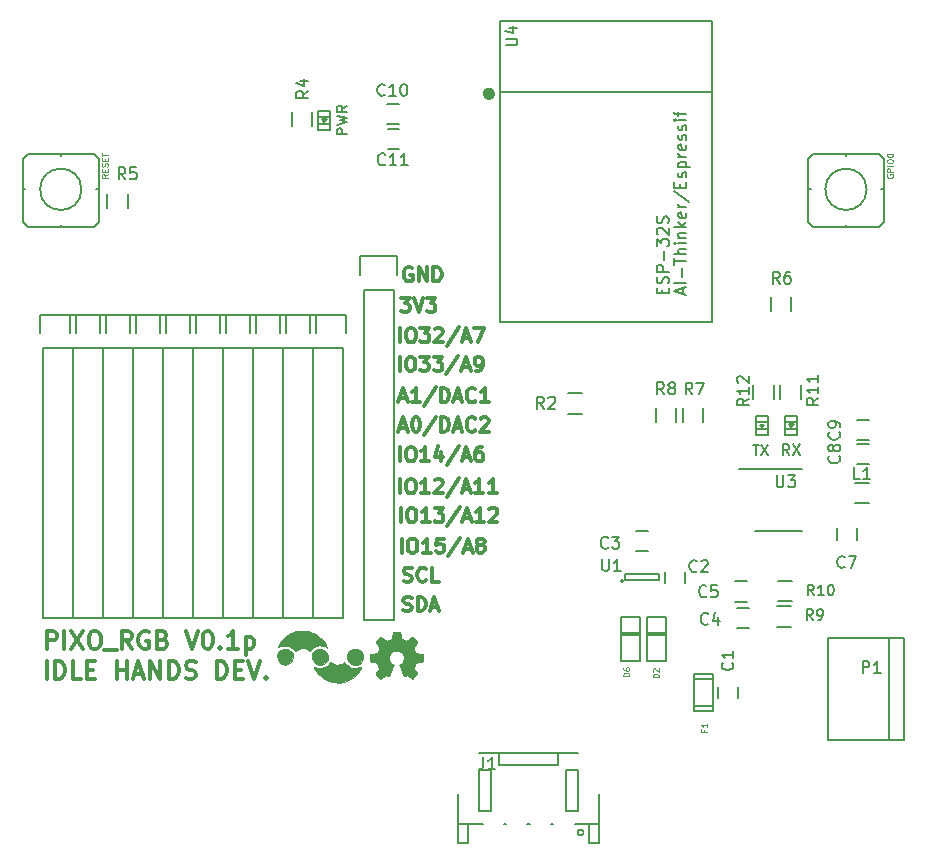
<source format=gbr>
G04 #@! TF.FileFunction,Legend,Top*
%FSLAX46Y46*%
G04 Gerber Fmt 4.6, Leading zero omitted, Abs format (unit mm)*
G04 Created by KiCad (PCBNEW 4.0.4-stable) date 01/17/18 01:46:41*
%MOMM*%
%LPD*%
G01*
G04 APERTURE LIST*
%ADD10C,0.100000*%
%ADD11C,0.300000*%
%ADD12C,0.150000*%
%ADD13C,0.127000*%
%ADD14C,0.500000*%
%ADD15C,0.170000*%
%ADD16C,0.119380*%
%ADD17C,0.125000*%
G04 APERTURE END LIST*
D10*
D11*
X99857143Y-151903571D02*
X99857143Y-150403571D01*
X100428571Y-150403571D01*
X100571429Y-150475000D01*
X100642857Y-150546429D01*
X100714286Y-150689286D01*
X100714286Y-150903571D01*
X100642857Y-151046429D01*
X100571429Y-151117857D01*
X100428571Y-151189286D01*
X99857143Y-151189286D01*
X101357143Y-151903571D02*
X101357143Y-150403571D01*
X101928572Y-150403571D02*
X102928572Y-151903571D01*
X102928572Y-150403571D02*
X101928572Y-151903571D01*
X103785714Y-150403571D02*
X104071428Y-150403571D01*
X104214286Y-150475000D01*
X104357143Y-150617857D01*
X104428571Y-150903571D01*
X104428571Y-151403571D01*
X104357143Y-151689286D01*
X104214286Y-151832143D01*
X104071428Y-151903571D01*
X103785714Y-151903571D01*
X103642857Y-151832143D01*
X103500000Y-151689286D01*
X103428571Y-151403571D01*
X103428571Y-150903571D01*
X103500000Y-150617857D01*
X103642857Y-150475000D01*
X103785714Y-150403571D01*
X104714286Y-152046429D02*
X105857143Y-152046429D01*
X107071429Y-151903571D02*
X106571429Y-151189286D01*
X106214286Y-151903571D02*
X106214286Y-150403571D01*
X106785714Y-150403571D01*
X106928572Y-150475000D01*
X107000000Y-150546429D01*
X107071429Y-150689286D01*
X107071429Y-150903571D01*
X107000000Y-151046429D01*
X106928572Y-151117857D01*
X106785714Y-151189286D01*
X106214286Y-151189286D01*
X108500000Y-150475000D02*
X108357143Y-150403571D01*
X108142857Y-150403571D01*
X107928572Y-150475000D01*
X107785714Y-150617857D01*
X107714286Y-150760714D01*
X107642857Y-151046429D01*
X107642857Y-151260714D01*
X107714286Y-151546429D01*
X107785714Y-151689286D01*
X107928572Y-151832143D01*
X108142857Y-151903571D01*
X108285714Y-151903571D01*
X108500000Y-151832143D01*
X108571429Y-151760714D01*
X108571429Y-151260714D01*
X108285714Y-151260714D01*
X109714286Y-151117857D02*
X109928572Y-151189286D01*
X110000000Y-151260714D01*
X110071429Y-151403571D01*
X110071429Y-151617857D01*
X110000000Y-151760714D01*
X109928572Y-151832143D01*
X109785714Y-151903571D01*
X109214286Y-151903571D01*
X109214286Y-150403571D01*
X109714286Y-150403571D01*
X109857143Y-150475000D01*
X109928572Y-150546429D01*
X110000000Y-150689286D01*
X110000000Y-150832143D01*
X109928572Y-150975000D01*
X109857143Y-151046429D01*
X109714286Y-151117857D01*
X109214286Y-151117857D01*
X111642857Y-150403571D02*
X112142857Y-151903571D01*
X112642857Y-150403571D01*
X113428571Y-150403571D02*
X113571428Y-150403571D01*
X113714285Y-150475000D01*
X113785714Y-150546429D01*
X113857143Y-150689286D01*
X113928571Y-150975000D01*
X113928571Y-151332143D01*
X113857143Y-151617857D01*
X113785714Y-151760714D01*
X113714285Y-151832143D01*
X113571428Y-151903571D01*
X113428571Y-151903571D01*
X113285714Y-151832143D01*
X113214285Y-151760714D01*
X113142857Y-151617857D01*
X113071428Y-151332143D01*
X113071428Y-150975000D01*
X113142857Y-150689286D01*
X113214285Y-150546429D01*
X113285714Y-150475000D01*
X113428571Y-150403571D01*
X114571428Y-151760714D02*
X114642856Y-151832143D01*
X114571428Y-151903571D01*
X114499999Y-151832143D01*
X114571428Y-151760714D01*
X114571428Y-151903571D01*
X116071428Y-151903571D02*
X115214285Y-151903571D01*
X115642857Y-151903571D02*
X115642857Y-150403571D01*
X115500000Y-150617857D01*
X115357142Y-150760714D01*
X115214285Y-150832143D01*
X116714285Y-150903571D02*
X116714285Y-152403571D01*
X116714285Y-150975000D02*
X116857142Y-150903571D01*
X117142856Y-150903571D01*
X117285713Y-150975000D01*
X117357142Y-151046429D01*
X117428571Y-151189286D01*
X117428571Y-151617857D01*
X117357142Y-151760714D01*
X117285713Y-151832143D01*
X117142856Y-151903571D01*
X116857142Y-151903571D01*
X116714285Y-151832143D01*
X99857143Y-154453571D02*
X99857143Y-152953571D01*
X100571429Y-154453571D02*
X100571429Y-152953571D01*
X100928572Y-152953571D01*
X101142857Y-153025000D01*
X101285715Y-153167857D01*
X101357143Y-153310714D01*
X101428572Y-153596429D01*
X101428572Y-153810714D01*
X101357143Y-154096429D01*
X101285715Y-154239286D01*
X101142857Y-154382143D01*
X100928572Y-154453571D01*
X100571429Y-154453571D01*
X102785715Y-154453571D02*
X102071429Y-154453571D01*
X102071429Y-152953571D01*
X103285715Y-153667857D02*
X103785715Y-153667857D01*
X104000001Y-154453571D02*
X103285715Y-154453571D01*
X103285715Y-152953571D01*
X104000001Y-152953571D01*
X105785715Y-154453571D02*
X105785715Y-152953571D01*
X105785715Y-153667857D02*
X106642858Y-153667857D01*
X106642858Y-154453571D02*
X106642858Y-152953571D01*
X107285715Y-154025000D02*
X108000001Y-154025000D01*
X107142858Y-154453571D02*
X107642858Y-152953571D01*
X108142858Y-154453571D01*
X108642858Y-154453571D02*
X108642858Y-152953571D01*
X109500001Y-154453571D01*
X109500001Y-152953571D01*
X110214287Y-154453571D02*
X110214287Y-152953571D01*
X110571430Y-152953571D01*
X110785715Y-153025000D01*
X110928573Y-153167857D01*
X111000001Y-153310714D01*
X111071430Y-153596429D01*
X111071430Y-153810714D01*
X111000001Y-154096429D01*
X110928573Y-154239286D01*
X110785715Y-154382143D01*
X110571430Y-154453571D01*
X110214287Y-154453571D01*
X111642858Y-154382143D02*
X111857144Y-154453571D01*
X112214287Y-154453571D01*
X112357144Y-154382143D01*
X112428573Y-154310714D01*
X112500001Y-154167857D01*
X112500001Y-154025000D01*
X112428573Y-153882143D01*
X112357144Y-153810714D01*
X112214287Y-153739286D01*
X111928573Y-153667857D01*
X111785715Y-153596429D01*
X111714287Y-153525000D01*
X111642858Y-153382143D01*
X111642858Y-153239286D01*
X111714287Y-153096429D01*
X111785715Y-153025000D01*
X111928573Y-152953571D01*
X112285715Y-152953571D01*
X112500001Y-153025000D01*
X114285715Y-154453571D02*
X114285715Y-152953571D01*
X114642858Y-152953571D01*
X114857143Y-153025000D01*
X115000001Y-153167857D01*
X115071429Y-153310714D01*
X115142858Y-153596429D01*
X115142858Y-153810714D01*
X115071429Y-154096429D01*
X115000001Y-154239286D01*
X114857143Y-154382143D01*
X114642858Y-154453571D01*
X114285715Y-154453571D01*
X115785715Y-153667857D02*
X116285715Y-153667857D01*
X116500001Y-154453571D02*
X115785715Y-154453571D01*
X115785715Y-152953571D01*
X116500001Y-152953571D01*
X116928572Y-152953571D02*
X117428572Y-154453571D01*
X117928572Y-152953571D01*
X118428572Y-154310714D02*
X118500000Y-154382143D01*
X118428572Y-154453571D01*
X118357143Y-154382143D01*
X118428572Y-154310714D01*
X118428572Y-154453571D01*
X130072857Y-148655714D02*
X130244286Y-148712857D01*
X130530000Y-148712857D01*
X130644286Y-148655714D01*
X130701429Y-148598571D01*
X130758572Y-148484286D01*
X130758572Y-148370000D01*
X130701429Y-148255714D01*
X130644286Y-148198571D01*
X130530000Y-148141429D01*
X130301429Y-148084286D01*
X130187143Y-148027143D01*
X130130000Y-147970000D01*
X130072857Y-147855714D01*
X130072857Y-147741429D01*
X130130000Y-147627143D01*
X130187143Y-147570000D01*
X130301429Y-147512857D01*
X130587143Y-147512857D01*
X130758572Y-147570000D01*
X131272857Y-148712857D02*
X131272857Y-147512857D01*
X131558572Y-147512857D01*
X131730000Y-147570000D01*
X131844286Y-147684286D01*
X131901429Y-147798571D01*
X131958572Y-148027143D01*
X131958572Y-148198571D01*
X131901429Y-148427143D01*
X131844286Y-148541429D01*
X131730000Y-148655714D01*
X131558572Y-148712857D01*
X131272857Y-148712857D01*
X132415714Y-148370000D02*
X132987143Y-148370000D01*
X132301429Y-148712857D02*
X132701429Y-147512857D01*
X133101429Y-148712857D01*
X130111428Y-146175714D02*
X130282857Y-146232857D01*
X130568571Y-146232857D01*
X130682857Y-146175714D01*
X130740000Y-146118571D01*
X130797143Y-146004286D01*
X130797143Y-145890000D01*
X130740000Y-145775714D01*
X130682857Y-145718571D01*
X130568571Y-145661429D01*
X130340000Y-145604286D01*
X130225714Y-145547143D01*
X130168571Y-145490000D01*
X130111428Y-145375714D01*
X130111428Y-145261429D01*
X130168571Y-145147143D01*
X130225714Y-145090000D01*
X130340000Y-145032857D01*
X130625714Y-145032857D01*
X130797143Y-145090000D01*
X131997143Y-146118571D02*
X131940000Y-146175714D01*
X131768571Y-146232857D01*
X131654285Y-146232857D01*
X131482857Y-146175714D01*
X131368571Y-146061429D01*
X131311428Y-145947143D01*
X131254285Y-145718571D01*
X131254285Y-145547143D01*
X131311428Y-145318571D01*
X131368571Y-145204286D01*
X131482857Y-145090000D01*
X131654285Y-145032857D01*
X131768571Y-145032857D01*
X131940000Y-145090000D01*
X131997143Y-145147143D01*
X133082857Y-146232857D02*
X132511428Y-146232857D01*
X132511428Y-145032857D01*
X129924286Y-143772857D02*
X129924286Y-142572857D01*
X130724287Y-142572857D02*
X130952858Y-142572857D01*
X131067144Y-142630000D01*
X131181430Y-142744286D01*
X131238572Y-142972857D01*
X131238572Y-143372857D01*
X131181430Y-143601429D01*
X131067144Y-143715714D01*
X130952858Y-143772857D01*
X130724287Y-143772857D01*
X130610001Y-143715714D01*
X130495715Y-143601429D01*
X130438572Y-143372857D01*
X130438572Y-142972857D01*
X130495715Y-142744286D01*
X130610001Y-142630000D01*
X130724287Y-142572857D01*
X132381430Y-143772857D02*
X131695715Y-143772857D01*
X132038573Y-143772857D02*
X132038573Y-142572857D01*
X131924287Y-142744286D01*
X131810001Y-142858571D01*
X131695715Y-142915714D01*
X133467144Y-142572857D02*
X132895715Y-142572857D01*
X132838572Y-143144286D01*
X132895715Y-143087143D01*
X133010001Y-143030000D01*
X133295715Y-143030000D01*
X133410001Y-143087143D01*
X133467144Y-143144286D01*
X133524287Y-143258571D01*
X133524287Y-143544286D01*
X133467144Y-143658571D01*
X133410001Y-143715714D01*
X133295715Y-143772857D01*
X133010001Y-143772857D01*
X132895715Y-143715714D01*
X132838572Y-143658571D01*
X134895715Y-142515714D02*
X133867144Y-144058571D01*
X135238572Y-143430000D02*
X135810001Y-143430000D01*
X135124287Y-143772857D02*
X135524287Y-142572857D01*
X135924287Y-143772857D01*
X136495715Y-143087143D02*
X136381429Y-143030000D01*
X136324286Y-142972857D01*
X136267143Y-142858571D01*
X136267143Y-142801429D01*
X136324286Y-142687143D01*
X136381429Y-142630000D01*
X136495715Y-142572857D01*
X136724286Y-142572857D01*
X136838572Y-142630000D01*
X136895715Y-142687143D01*
X136952858Y-142801429D01*
X136952858Y-142858571D01*
X136895715Y-142972857D01*
X136838572Y-143030000D01*
X136724286Y-143087143D01*
X136495715Y-143087143D01*
X136381429Y-143144286D01*
X136324286Y-143201429D01*
X136267143Y-143315714D01*
X136267143Y-143544286D01*
X136324286Y-143658571D01*
X136381429Y-143715714D01*
X136495715Y-143772857D01*
X136724286Y-143772857D01*
X136838572Y-143715714D01*
X136895715Y-143658571D01*
X136952858Y-143544286D01*
X136952858Y-143315714D01*
X136895715Y-143201429D01*
X136838572Y-143144286D01*
X136724286Y-143087143D01*
X129852857Y-141182857D02*
X129852857Y-139982857D01*
X130652858Y-139982857D02*
X130881429Y-139982857D01*
X130995715Y-140040000D01*
X131110001Y-140154286D01*
X131167143Y-140382857D01*
X131167143Y-140782857D01*
X131110001Y-141011429D01*
X130995715Y-141125714D01*
X130881429Y-141182857D01*
X130652858Y-141182857D01*
X130538572Y-141125714D01*
X130424286Y-141011429D01*
X130367143Y-140782857D01*
X130367143Y-140382857D01*
X130424286Y-140154286D01*
X130538572Y-140040000D01*
X130652858Y-139982857D01*
X132310001Y-141182857D02*
X131624286Y-141182857D01*
X131967144Y-141182857D02*
X131967144Y-139982857D01*
X131852858Y-140154286D01*
X131738572Y-140268571D01*
X131624286Y-140325714D01*
X132710001Y-139982857D02*
X133452858Y-139982857D01*
X133052858Y-140440000D01*
X133224286Y-140440000D01*
X133338572Y-140497143D01*
X133395715Y-140554286D01*
X133452858Y-140668571D01*
X133452858Y-140954286D01*
X133395715Y-141068571D01*
X133338572Y-141125714D01*
X133224286Y-141182857D01*
X132881429Y-141182857D01*
X132767143Y-141125714D01*
X132710001Y-141068571D01*
X134824286Y-139925714D02*
X133795715Y-141468571D01*
X135167143Y-140840000D02*
X135738572Y-140840000D01*
X135052858Y-141182857D02*
X135452858Y-139982857D01*
X135852858Y-141182857D01*
X136881429Y-141182857D02*
X136195714Y-141182857D01*
X136538572Y-141182857D02*
X136538572Y-139982857D01*
X136424286Y-140154286D01*
X136310000Y-140268571D01*
X136195714Y-140325714D01*
X137338571Y-140097143D02*
X137395714Y-140040000D01*
X137510000Y-139982857D01*
X137795714Y-139982857D01*
X137910000Y-140040000D01*
X137967143Y-140097143D01*
X138024286Y-140211429D01*
X138024286Y-140325714D01*
X137967143Y-140497143D01*
X137281429Y-141182857D01*
X138024286Y-141182857D01*
X129792857Y-138732857D02*
X129792857Y-137532857D01*
X130592858Y-137532857D02*
X130821429Y-137532857D01*
X130935715Y-137590000D01*
X131050001Y-137704286D01*
X131107143Y-137932857D01*
X131107143Y-138332857D01*
X131050001Y-138561429D01*
X130935715Y-138675714D01*
X130821429Y-138732857D01*
X130592858Y-138732857D01*
X130478572Y-138675714D01*
X130364286Y-138561429D01*
X130307143Y-138332857D01*
X130307143Y-137932857D01*
X130364286Y-137704286D01*
X130478572Y-137590000D01*
X130592858Y-137532857D01*
X132250001Y-138732857D02*
X131564286Y-138732857D01*
X131907144Y-138732857D02*
X131907144Y-137532857D01*
X131792858Y-137704286D01*
X131678572Y-137818571D01*
X131564286Y-137875714D01*
X132707143Y-137647143D02*
X132764286Y-137590000D01*
X132878572Y-137532857D01*
X133164286Y-137532857D01*
X133278572Y-137590000D01*
X133335715Y-137647143D01*
X133392858Y-137761429D01*
X133392858Y-137875714D01*
X133335715Y-138047143D01*
X132650001Y-138732857D01*
X133392858Y-138732857D01*
X134764286Y-137475714D02*
X133735715Y-139018571D01*
X135107143Y-138390000D02*
X135678572Y-138390000D01*
X134992858Y-138732857D02*
X135392858Y-137532857D01*
X135792858Y-138732857D01*
X136821429Y-138732857D02*
X136135714Y-138732857D01*
X136478572Y-138732857D02*
X136478572Y-137532857D01*
X136364286Y-137704286D01*
X136250000Y-137818571D01*
X136135714Y-137875714D01*
X137964286Y-138732857D02*
X137278571Y-138732857D01*
X137621429Y-138732857D02*
X137621429Y-137532857D01*
X137507143Y-137704286D01*
X137392857Y-137818571D01*
X137278571Y-137875714D01*
X129804286Y-136022857D02*
X129804286Y-134822857D01*
X130604287Y-134822857D02*
X130832858Y-134822857D01*
X130947144Y-134880000D01*
X131061430Y-134994286D01*
X131118572Y-135222857D01*
X131118572Y-135622857D01*
X131061430Y-135851429D01*
X130947144Y-135965714D01*
X130832858Y-136022857D01*
X130604287Y-136022857D01*
X130490001Y-135965714D01*
X130375715Y-135851429D01*
X130318572Y-135622857D01*
X130318572Y-135222857D01*
X130375715Y-134994286D01*
X130490001Y-134880000D01*
X130604287Y-134822857D01*
X132261430Y-136022857D02*
X131575715Y-136022857D01*
X131918573Y-136022857D02*
X131918573Y-134822857D01*
X131804287Y-134994286D01*
X131690001Y-135108571D01*
X131575715Y-135165714D01*
X133290001Y-135222857D02*
X133290001Y-136022857D01*
X133004287Y-134765714D02*
X132718572Y-135622857D01*
X133461430Y-135622857D01*
X134775715Y-134765714D02*
X133747144Y-136308571D01*
X135118572Y-135680000D02*
X135690001Y-135680000D01*
X135004287Y-136022857D02*
X135404287Y-134822857D01*
X135804287Y-136022857D01*
X136718572Y-134822857D02*
X136490001Y-134822857D01*
X136375715Y-134880000D01*
X136318572Y-134937143D01*
X136204286Y-135108571D01*
X136147143Y-135337143D01*
X136147143Y-135794286D01*
X136204286Y-135908571D01*
X136261429Y-135965714D01*
X136375715Y-136022857D01*
X136604286Y-136022857D01*
X136718572Y-135965714D01*
X136775715Y-135908571D01*
X136832858Y-135794286D01*
X136832858Y-135508571D01*
X136775715Y-135394286D01*
X136718572Y-135337143D01*
X136604286Y-135280000D01*
X136375715Y-135280000D01*
X136261429Y-135337143D01*
X136204286Y-135394286D01*
X136147143Y-135508571D01*
X129758572Y-133170000D02*
X130330001Y-133170000D01*
X129644287Y-133512857D02*
X130044287Y-132312857D01*
X130444287Y-133512857D01*
X131072858Y-132312857D02*
X131187143Y-132312857D01*
X131301429Y-132370000D01*
X131358572Y-132427143D01*
X131415715Y-132541429D01*
X131472858Y-132770000D01*
X131472858Y-133055714D01*
X131415715Y-133284286D01*
X131358572Y-133398571D01*
X131301429Y-133455714D01*
X131187143Y-133512857D01*
X131072858Y-133512857D01*
X130958572Y-133455714D01*
X130901429Y-133398571D01*
X130844286Y-133284286D01*
X130787143Y-133055714D01*
X130787143Y-132770000D01*
X130844286Y-132541429D01*
X130901429Y-132427143D01*
X130958572Y-132370000D01*
X131072858Y-132312857D01*
X132844286Y-132255714D02*
X131815715Y-133798571D01*
X133244286Y-133512857D02*
X133244286Y-132312857D01*
X133530001Y-132312857D01*
X133701429Y-132370000D01*
X133815715Y-132484286D01*
X133872858Y-132598571D01*
X133930001Y-132827143D01*
X133930001Y-132998571D01*
X133872858Y-133227143D01*
X133815715Y-133341429D01*
X133701429Y-133455714D01*
X133530001Y-133512857D01*
X133244286Y-133512857D01*
X134387143Y-133170000D02*
X134958572Y-133170000D01*
X134272858Y-133512857D02*
X134672858Y-132312857D01*
X135072858Y-133512857D01*
X136158572Y-133398571D02*
X136101429Y-133455714D01*
X135930000Y-133512857D01*
X135815714Y-133512857D01*
X135644286Y-133455714D01*
X135530000Y-133341429D01*
X135472857Y-133227143D01*
X135415714Y-132998571D01*
X135415714Y-132827143D01*
X135472857Y-132598571D01*
X135530000Y-132484286D01*
X135644286Y-132370000D01*
X135815714Y-132312857D01*
X135930000Y-132312857D01*
X136101429Y-132370000D01*
X136158572Y-132427143D01*
X136615714Y-132427143D02*
X136672857Y-132370000D01*
X136787143Y-132312857D01*
X137072857Y-132312857D01*
X137187143Y-132370000D01*
X137244286Y-132427143D01*
X137301429Y-132541429D01*
X137301429Y-132655714D01*
X137244286Y-132827143D01*
X136558572Y-133512857D01*
X137301429Y-133512857D01*
X129758572Y-130680000D02*
X130330001Y-130680000D01*
X129644287Y-131022857D02*
X130044287Y-129822857D01*
X130444287Y-131022857D01*
X131472858Y-131022857D02*
X130787143Y-131022857D01*
X131130001Y-131022857D02*
X131130001Y-129822857D01*
X131015715Y-129994286D01*
X130901429Y-130108571D01*
X130787143Y-130165714D01*
X132844286Y-129765714D02*
X131815715Y-131308571D01*
X133244286Y-131022857D02*
X133244286Y-129822857D01*
X133530001Y-129822857D01*
X133701429Y-129880000D01*
X133815715Y-129994286D01*
X133872858Y-130108571D01*
X133930001Y-130337143D01*
X133930001Y-130508571D01*
X133872858Y-130737143D01*
X133815715Y-130851429D01*
X133701429Y-130965714D01*
X133530001Y-131022857D01*
X133244286Y-131022857D01*
X134387143Y-130680000D02*
X134958572Y-130680000D01*
X134272858Y-131022857D02*
X134672858Y-129822857D01*
X135072858Y-131022857D01*
X136158572Y-130908571D02*
X136101429Y-130965714D01*
X135930000Y-131022857D01*
X135815714Y-131022857D01*
X135644286Y-130965714D01*
X135530000Y-130851429D01*
X135472857Y-130737143D01*
X135415714Y-130508571D01*
X135415714Y-130337143D01*
X135472857Y-130108571D01*
X135530000Y-129994286D01*
X135644286Y-129880000D01*
X135815714Y-129822857D01*
X135930000Y-129822857D01*
X136101429Y-129880000D01*
X136158572Y-129937143D01*
X137301429Y-131022857D02*
X136615714Y-131022857D01*
X136958572Y-131022857D02*
X136958572Y-129822857D01*
X136844286Y-129994286D01*
X136730000Y-130108571D01*
X136615714Y-130165714D01*
X129764286Y-128392857D02*
X129764286Y-127192857D01*
X130564287Y-127192857D02*
X130792858Y-127192857D01*
X130907144Y-127250000D01*
X131021430Y-127364286D01*
X131078572Y-127592857D01*
X131078572Y-127992857D01*
X131021430Y-128221429D01*
X130907144Y-128335714D01*
X130792858Y-128392857D01*
X130564287Y-128392857D01*
X130450001Y-128335714D01*
X130335715Y-128221429D01*
X130278572Y-127992857D01*
X130278572Y-127592857D01*
X130335715Y-127364286D01*
X130450001Y-127250000D01*
X130564287Y-127192857D01*
X131478573Y-127192857D02*
X132221430Y-127192857D01*
X131821430Y-127650000D01*
X131992858Y-127650000D01*
X132107144Y-127707143D01*
X132164287Y-127764286D01*
X132221430Y-127878571D01*
X132221430Y-128164286D01*
X132164287Y-128278571D01*
X132107144Y-128335714D01*
X131992858Y-128392857D01*
X131650001Y-128392857D01*
X131535715Y-128335714D01*
X131478573Y-128278571D01*
X132621430Y-127192857D02*
X133364287Y-127192857D01*
X132964287Y-127650000D01*
X133135715Y-127650000D01*
X133250001Y-127707143D01*
X133307144Y-127764286D01*
X133364287Y-127878571D01*
X133364287Y-128164286D01*
X133307144Y-128278571D01*
X133250001Y-128335714D01*
X133135715Y-128392857D01*
X132792858Y-128392857D01*
X132678572Y-128335714D01*
X132621430Y-128278571D01*
X134735715Y-127135714D02*
X133707144Y-128678571D01*
X135078572Y-128050000D02*
X135650001Y-128050000D01*
X134964287Y-128392857D02*
X135364287Y-127192857D01*
X135764287Y-128392857D01*
X136221429Y-128392857D02*
X136450001Y-128392857D01*
X136564286Y-128335714D01*
X136621429Y-128278571D01*
X136735715Y-128107143D01*
X136792858Y-127878571D01*
X136792858Y-127421429D01*
X136735715Y-127307143D01*
X136678572Y-127250000D01*
X136564286Y-127192857D01*
X136335715Y-127192857D01*
X136221429Y-127250000D01*
X136164286Y-127307143D01*
X136107143Y-127421429D01*
X136107143Y-127707143D01*
X136164286Y-127821429D01*
X136221429Y-127878571D01*
X136335715Y-127935714D01*
X136564286Y-127935714D01*
X136678572Y-127878571D01*
X136735715Y-127821429D01*
X136792858Y-127707143D01*
X129804286Y-125942857D02*
X129804286Y-124742857D01*
X130604287Y-124742857D02*
X130832858Y-124742857D01*
X130947144Y-124800000D01*
X131061430Y-124914286D01*
X131118572Y-125142857D01*
X131118572Y-125542857D01*
X131061430Y-125771429D01*
X130947144Y-125885714D01*
X130832858Y-125942857D01*
X130604287Y-125942857D01*
X130490001Y-125885714D01*
X130375715Y-125771429D01*
X130318572Y-125542857D01*
X130318572Y-125142857D01*
X130375715Y-124914286D01*
X130490001Y-124800000D01*
X130604287Y-124742857D01*
X131518573Y-124742857D02*
X132261430Y-124742857D01*
X131861430Y-125200000D01*
X132032858Y-125200000D01*
X132147144Y-125257143D01*
X132204287Y-125314286D01*
X132261430Y-125428571D01*
X132261430Y-125714286D01*
X132204287Y-125828571D01*
X132147144Y-125885714D01*
X132032858Y-125942857D01*
X131690001Y-125942857D01*
X131575715Y-125885714D01*
X131518573Y-125828571D01*
X132718572Y-124857143D02*
X132775715Y-124800000D01*
X132890001Y-124742857D01*
X133175715Y-124742857D01*
X133290001Y-124800000D01*
X133347144Y-124857143D01*
X133404287Y-124971429D01*
X133404287Y-125085714D01*
X133347144Y-125257143D01*
X132661430Y-125942857D01*
X133404287Y-125942857D01*
X134775715Y-124685714D02*
X133747144Y-126228571D01*
X135118572Y-125600000D02*
X135690001Y-125600000D01*
X135004287Y-125942857D02*
X135404287Y-124742857D01*
X135804287Y-125942857D01*
X136090001Y-124742857D02*
X136890001Y-124742857D01*
X136375715Y-125942857D01*
X129874287Y-122182857D02*
X130617144Y-122182857D01*
X130217144Y-122640000D01*
X130388572Y-122640000D01*
X130502858Y-122697143D01*
X130560001Y-122754286D01*
X130617144Y-122868571D01*
X130617144Y-123154286D01*
X130560001Y-123268571D01*
X130502858Y-123325714D01*
X130388572Y-123382857D01*
X130045715Y-123382857D01*
X129931429Y-123325714D01*
X129874287Y-123268571D01*
X130960001Y-122182857D02*
X131360001Y-123382857D01*
X131760001Y-122182857D01*
X132045715Y-122182857D02*
X132788572Y-122182857D01*
X132388572Y-122640000D01*
X132560000Y-122640000D01*
X132674286Y-122697143D01*
X132731429Y-122754286D01*
X132788572Y-122868571D01*
X132788572Y-123154286D01*
X132731429Y-123268571D01*
X132674286Y-123325714D01*
X132560000Y-123382857D01*
X132217143Y-123382857D01*
X132102857Y-123325714D01*
X132045715Y-123268571D01*
X130785715Y-119650000D02*
X130671429Y-119592857D01*
X130500000Y-119592857D01*
X130328572Y-119650000D01*
X130214286Y-119764286D01*
X130157143Y-119878571D01*
X130100000Y-120107143D01*
X130100000Y-120278571D01*
X130157143Y-120507143D01*
X130214286Y-120621429D01*
X130328572Y-120735714D01*
X130500000Y-120792857D01*
X130614286Y-120792857D01*
X130785715Y-120735714D01*
X130842858Y-120678571D01*
X130842858Y-120278571D01*
X130614286Y-120278571D01*
X131357143Y-120792857D02*
X131357143Y-119592857D01*
X132042858Y-120792857D01*
X132042858Y-119592857D01*
X132614286Y-120792857D02*
X132614286Y-119592857D01*
X132900001Y-119592857D01*
X133071429Y-119650000D01*
X133185715Y-119764286D01*
X133242858Y-119878571D01*
X133300001Y-120107143D01*
X133300001Y-120278571D01*
X133242858Y-120507143D01*
X133185715Y-120621429D01*
X133071429Y-120735714D01*
X132900001Y-120792857D01*
X132614286Y-120792857D01*
D12*
X124950000Y-126440000D02*
X124950000Y-149300000D01*
X124950000Y-149300000D02*
X122410000Y-149300000D01*
X122410000Y-149300000D02*
X122410000Y-126440000D01*
X125230000Y-123620000D02*
X125230000Y-125170000D01*
X124950000Y-126440000D02*
X122410000Y-126440000D01*
X122130000Y-125170000D02*
X122130000Y-123620000D01*
X122130000Y-123620000D02*
X125230000Y-123620000D01*
X122410000Y-126440000D02*
X122410000Y-149300000D01*
X122410000Y-149300000D02*
X119870000Y-149300000D01*
X119870000Y-149300000D02*
X119870000Y-126440000D01*
X122690000Y-123620000D02*
X122690000Y-125170000D01*
X122410000Y-126440000D02*
X119870000Y-126440000D01*
X119590000Y-125170000D02*
X119590000Y-123620000D01*
X119590000Y-123620000D02*
X122690000Y-123620000D01*
X119870000Y-126440000D02*
X119870000Y-149300000D01*
X119870000Y-149300000D02*
X117330000Y-149300000D01*
X117330000Y-149300000D02*
X117330000Y-126440000D01*
X120150000Y-123620000D02*
X120150000Y-125170000D01*
X119870000Y-126440000D02*
X117330000Y-126440000D01*
X117050000Y-125170000D02*
X117050000Y-123620000D01*
X117050000Y-123620000D02*
X120150000Y-123620000D01*
X117330000Y-126440000D02*
X117330000Y-149300000D01*
X117330000Y-149300000D02*
X114790000Y-149300000D01*
X114790000Y-149300000D02*
X114790000Y-126440000D01*
X117610000Y-123620000D02*
X117610000Y-125170000D01*
X117330000Y-126440000D02*
X114790000Y-126440000D01*
X114510000Y-125170000D02*
X114510000Y-123620000D01*
X114510000Y-123620000D02*
X117610000Y-123620000D01*
X114790000Y-126440000D02*
X114790000Y-149300000D01*
X114790000Y-149300000D02*
X112250000Y-149300000D01*
X112250000Y-149300000D02*
X112250000Y-126440000D01*
X115070000Y-123620000D02*
X115070000Y-125170000D01*
X114790000Y-126440000D02*
X112250000Y-126440000D01*
X111970000Y-125170000D02*
X111970000Y-123620000D01*
X111970000Y-123620000D02*
X115070000Y-123620000D01*
X112250000Y-126440000D02*
X112250000Y-149300000D01*
X112250000Y-149300000D02*
X109710000Y-149300000D01*
X109710000Y-149300000D02*
X109710000Y-126440000D01*
X112530000Y-123620000D02*
X112530000Y-125170000D01*
X112250000Y-126440000D02*
X109710000Y-126440000D01*
X109430000Y-125170000D02*
X109430000Y-123620000D01*
X109430000Y-123620000D02*
X112530000Y-123620000D01*
X109710000Y-126440000D02*
X109710000Y-149300000D01*
X109710000Y-149300000D02*
X107170000Y-149300000D01*
X107170000Y-149300000D02*
X107170000Y-126440000D01*
X109990000Y-123620000D02*
X109990000Y-125170000D01*
X109710000Y-126440000D02*
X107170000Y-126440000D01*
X106890000Y-125170000D02*
X106890000Y-123620000D01*
X106890000Y-123620000D02*
X109990000Y-123620000D01*
X107170000Y-126440000D02*
X107170000Y-149300000D01*
X107170000Y-149300000D02*
X104630000Y-149300000D01*
X104630000Y-149300000D02*
X104630000Y-126440000D01*
X107450000Y-123620000D02*
X107450000Y-125170000D01*
X107170000Y-126440000D02*
X104630000Y-126440000D01*
X104350000Y-125170000D02*
X104350000Y-123620000D01*
X104350000Y-123620000D02*
X107450000Y-123620000D01*
X104630000Y-126440000D02*
X104630000Y-149300000D01*
X104630000Y-149300000D02*
X102090000Y-149300000D01*
X102090000Y-149300000D02*
X102090000Y-126440000D01*
X104910000Y-123620000D02*
X104910000Y-125170000D01*
X104630000Y-126440000D02*
X102090000Y-126440000D01*
X101810000Y-125170000D02*
X101810000Y-123620000D01*
X101810000Y-123620000D02*
X104910000Y-123620000D01*
X168500000Y-134250000D02*
X169500000Y-134250000D01*
X169500000Y-132550000D02*
X168500000Y-132550000D01*
X128710000Y-107480000D02*
X129710000Y-107480000D01*
X129710000Y-105780000D02*
X128710000Y-105780000D01*
D13*
X122879620Y-107459020D02*
X123880380Y-107459020D01*
X123880380Y-106859580D02*
X122879620Y-106859580D01*
X123280940Y-107159300D02*
X123479060Y-107159300D01*
X123580660Y-107060240D02*
X123179340Y-107060240D01*
X123179340Y-107060240D02*
X123380000Y-107258360D01*
X123380000Y-107258360D02*
X123580660Y-107060240D01*
X123880380Y-106359200D02*
X123880380Y-107959400D01*
X123880380Y-107959400D02*
X122879620Y-107959400D01*
X122879620Y-107959400D02*
X122879620Y-106359200D01*
X122879620Y-106359200D02*
X123880380Y-106359200D01*
X162409620Y-133289720D02*
X163410380Y-133289720D01*
X163410380Y-132690280D02*
X162409620Y-132690280D01*
X162810940Y-132990000D02*
X163009060Y-132990000D01*
X163110660Y-132890940D02*
X162709340Y-132890940D01*
X162709340Y-132890940D02*
X162910000Y-133089060D01*
X162910000Y-133089060D02*
X163110660Y-132890940D01*
X163410380Y-132189900D02*
X163410380Y-133790100D01*
X163410380Y-133790100D02*
X162409620Y-133790100D01*
X162409620Y-133790100D02*
X162409620Y-132189900D01*
X162409620Y-132189900D02*
X163410380Y-132189900D01*
X159929620Y-133319720D02*
X160930380Y-133319720D01*
X160930380Y-132720280D02*
X159929620Y-132720280D01*
X160330940Y-133020000D02*
X160529060Y-133020000D01*
X160630660Y-132920940D02*
X160229340Y-132920940D01*
X160229340Y-132920940D02*
X160430000Y-133119060D01*
X160430000Y-133119060D02*
X160630660Y-132920940D01*
X160930380Y-132219900D02*
X160930380Y-133820100D01*
X160930380Y-133820100D02*
X159929620Y-133820100D01*
X159929620Y-133820100D02*
X159929620Y-132219900D01*
X159929620Y-132219900D02*
X160930380Y-132219900D01*
X156272800Y-154457000D02*
X154647200Y-154457000D01*
X154647200Y-156743000D02*
X156272800Y-156743000D01*
X154647200Y-157200200D02*
X156272800Y-157200200D01*
X156272800Y-157200200D02*
X156272800Y-153999800D01*
X156272800Y-153999800D02*
X154647200Y-153999800D01*
X154647200Y-153999800D02*
X154647200Y-157200200D01*
D12*
X145320000Y-167455000D02*
G75*
G03X145320000Y-167455000I-250000J0D01*
G01*
X143170000Y-160705000D02*
X143170000Y-161705000D01*
X143170000Y-161705000D02*
X138170000Y-161705000D01*
X138170000Y-161705000D02*
X138170000Y-160705000D01*
X144570000Y-166705000D02*
X145820000Y-166705000D01*
X145820000Y-166705000D02*
X145820000Y-168305000D01*
X145820000Y-168305000D02*
X146620000Y-168305000D01*
X146620000Y-168305000D02*
X146620000Y-164205000D01*
X145820000Y-166705000D02*
X146620000Y-166705000D01*
X136770000Y-166705000D02*
X135520000Y-166705000D01*
X135520000Y-166705000D02*
X135520000Y-168305000D01*
X135520000Y-168305000D02*
X134720000Y-168305000D01*
X134720000Y-168305000D02*
X134720000Y-164205000D01*
X135520000Y-166705000D02*
X134720000Y-166705000D01*
X144870000Y-160705000D02*
X136470000Y-160705000D01*
X144870000Y-165605000D02*
X144870000Y-162205000D01*
X144870000Y-162205000D02*
X143870000Y-162205000D01*
X143870000Y-162205000D02*
X143870000Y-165605000D01*
X143870000Y-165605000D02*
X144870000Y-165605000D01*
X136470000Y-165605000D02*
X136470000Y-162205000D01*
X136470000Y-162205000D02*
X137470000Y-162205000D01*
X137470000Y-162205000D02*
X137470000Y-165605000D01*
X137470000Y-165605000D02*
X136470000Y-165605000D01*
X142770000Y-166705000D02*
X142570000Y-166705000D01*
X140770000Y-166705000D02*
X140570000Y-166705000D01*
X138770000Y-166705000D02*
X138570000Y-166705000D01*
X172417460Y-159650900D02*
X172417460Y-150950900D01*
X166012460Y-159650900D02*
X166012460Y-150950900D01*
X166012460Y-150950900D02*
X172417460Y-150950900D01*
X171187460Y-150950900D02*
X171187460Y-159650900D01*
X172417460Y-159650900D02*
X166012460Y-159650900D01*
X170740000Y-110400000D02*
X170740000Y-115800000D01*
X164740000Y-110000000D02*
X170340000Y-110000000D01*
X164340000Y-115800000D02*
X164340000Y-110400000D01*
X170340000Y-116200000D02*
X164740000Y-116200000D01*
X164740000Y-110000000D02*
X164340000Y-110400000D01*
X164740000Y-116200000D02*
X164340000Y-115800000D01*
X170740000Y-115800000D02*
X170340000Y-116200000D01*
X170740000Y-110400000D02*
X170340000Y-110000000D01*
X169290000Y-113000000D02*
G75*
G03X169290000Y-113000000I-1750000J0D01*
G01*
X167540000Y-110000000D02*
X167540000Y-110200000D01*
X164540000Y-113000000D02*
X164340000Y-113000000D01*
X167540000Y-116000000D02*
X167540000Y-116200000D01*
X170540000Y-113000000D02*
X170740000Y-113000000D01*
X104260000Y-110400000D02*
X104260000Y-115800000D01*
X98260000Y-110000000D02*
X103860000Y-110000000D01*
X97860000Y-115800000D02*
X97860000Y-110400000D01*
X103860000Y-116200000D02*
X98260000Y-116200000D01*
X98260000Y-110000000D02*
X97860000Y-110400000D01*
X98260000Y-116200000D02*
X97860000Y-115800000D01*
X104260000Y-115800000D02*
X103860000Y-116200000D01*
X104260000Y-110400000D02*
X103860000Y-110000000D01*
X102810000Y-113000000D02*
G75*
G03X102810000Y-113000000I-1750000J0D01*
G01*
X101060000Y-110000000D02*
X101060000Y-110200000D01*
X98060000Y-113000000D02*
X97860000Y-113000000D01*
X101060000Y-116000000D02*
X101060000Y-116200000D01*
X104060000Y-113000000D02*
X104260000Y-113000000D01*
X148670000Y-146160000D02*
G75*
G03X148670000Y-146160000I-100000J0D01*
G01*
X148820000Y-145610000D02*
X148820000Y-146110000D01*
X151720000Y-145610000D02*
X148820000Y-145610000D01*
X151720000Y-146110000D02*
X151720000Y-145610000D01*
X148820000Y-146110000D02*
X151720000Y-146110000D01*
X159800000Y-141947500D02*
X163800000Y-141947500D01*
X158525000Y-136652500D02*
X163800000Y-136652500D01*
D14*
X137595415Y-104908662D02*
G75*
G03X137595415Y-104908662I-283981J0D01*
G01*
D12*
X156217434Y-104762662D02*
X138217434Y-104762662D01*
X138217434Y-98762662D02*
X138217434Y-124262662D01*
X156217434Y-98762662D02*
X156217434Y-124262662D01*
X156217434Y-124262662D02*
X138217434Y-124262662D01*
X156217434Y-98762662D02*
X138217434Y-98762662D01*
X158410000Y-156100000D02*
X158410000Y-155100000D01*
X156710000Y-155100000D02*
X156710000Y-156100000D01*
X152220000Y-145360000D02*
X152220000Y-146360000D01*
X153920000Y-146360000D02*
X153920000Y-145360000D01*
X150770000Y-141910000D02*
X149770000Y-141910000D01*
X149770000Y-143610000D02*
X150770000Y-143610000D01*
X159320000Y-148480000D02*
X158320000Y-148480000D01*
X158320000Y-150180000D02*
X159320000Y-150180000D01*
X159170000Y-146200000D02*
X158170000Y-146200000D01*
X158170000Y-147900000D02*
X159170000Y-147900000D01*
X166750000Y-141700000D02*
X166750000Y-142700000D01*
X168450000Y-142700000D02*
X168450000Y-141700000D01*
X168500000Y-136250000D02*
X169500000Y-136250000D01*
X169500000Y-134550000D02*
X168500000Y-134550000D01*
X128740000Y-109620000D02*
X129740000Y-109620000D01*
X129740000Y-107920000D02*
X128740000Y-107920000D01*
X145230000Y-131995000D02*
X144030000Y-131995000D01*
X144030000Y-130245000D02*
X145230000Y-130245000D01*
X120625000Y-107630000D02*
X120625000Y-106430000D01*
X122375000Y-106430000D02*
X122375000Y-107630000D01*
X104965000Y-114590000D02*
X104965000Y-113390000D01*
X106715000Y-113390000D02*
X106715000Y-114590000D01*
X162905000Y-122140000D02*
X162905000Y-123340000D01*
X161155000Y-123340000D02*
X161155000Y-122140000D01*
X153725000Y-132710000D02*
X153725000Y-131510000D01*
X155475000Y-131510000D02*
X155475000Y-132710000D01*
X151425000Y-132700000D02*
X151425000Y-131500000D01*
X153175000Y-131500000D02*
X153175000Y-132700000D01*
X161730000Y-148315000D02*
X162930000Y-148315000D01*
X162930000Y-150065000D02*
X161730000Y-150065000D01*
X161750000Y-146135000D02*
X162950000Y-146135000D01*
X162950000Y-147885000D02*
X161750000Y-147885000D01*
X161995000Y-130750000D02*
X161995000Y-129550000D01*
X163745000Y-129550000D02*
X163745000Y-130750000D01*
X159705000Y-130750000D02*
X159705000Y-129550000D01*
X161455000Y-129550000D02*
X161455000Y-130750000D01*
D13*
X150669900Y-150705900D02*
X152270100Y-150705900D01*
X152270100Y-150632900D02*
X150669900Y-150632900D01*
X150669900Y-150559900D02*
X152270100Y-150559900D01*
X150669900Y-149205800D02*
X150669900Y-152914200D01*
X150669900Y-152914200D02*
X152270100Y-152914200D01*
X152270100Y-152914200D02*
X152270100Y-149205800D01*
X152270100Y-149205800D02*
X150669900Y-149205800D01*
X148469900Y-150705900D02*
X150070100Y-150705900D01*
X150070100Y-150632900D02*
X148469900Y-150632900D01*
X148469900Y-150559900D02*
X150070100Y-150559900D01*
X148469900Y-149205800D02*
X148469900Y-152914200D01*
X148469900Y-152914200D02*
X150070100Y-152914200D01*
X150070100Y-152914200D02*
X150070100Y-149205800D01*
X150070100Y-149205800D02*
X148469900Y-149205800D01*
D12*
X169500000Y-139575000D02*
X168300000Y-139575000D01*
X168300000Y-137825000D02*
X169500000Y-137825000D01*
X129250000Y-121500000D02*
X129250000Y-149440000D01*
X129250000Y-149440000D02*
X126710000Y-149440000D01*
X126710000Y-149440000D02*
X126710000Y-121500000D01*
X129530000Y-118680000D02*
X129530000Y-120230000D01*
X129250000Y-121500000D02*
X126710000Y-121500000D01*
X126430000Y-120230000D02*
X126430000Y-118680000D01*
X126430000Y-118680000D02*
X129530000Y-118680000D01*
X102090000Y-126440000D02*
X102090000Y-149300000D01*
X102090000Y-149300000D02*
X99550000Y-149300000D01*
X99550000Y-149300000D02*
X99550000Y-126440000D01*
X102370000Y-123620000D02*
X102370000Y-125170000D01*
X102090000Y-126440000D02*
X99550000Y-126440000D01*
X99270000Y-125170000D02*
X99270000Y-123620000D01*
X99270000Y-123620000D02*
X102370000Y-123620000D01*
D10*
G36*
X126492500Y-153493271D02*
X126452050Y-153587656D01*
X126347499Y-153741032D01*
X126204043Y-153922087D01*
X126046877Y-154099507D01*
X125901199Y-154241979D01*
X125867337Y-154270208D01*
X125483085Y-154509503D01*
X125044700Y-154675345D01*
X124589631Y-154758702D01*
X124155323Y-154750540D01*
X123999866Y-154720653D01*
X123526063Y-154539067D01*
X123087104Y-154247132D01*
X122828047Y-154000454D01*
X122666899Y-153812351D01*
X122541677Y-153644321D01*
X122477605Y-153530449D01*
X122475807Y-153524437D01*
X122466453Y-153437979D01*
X122526660Y-153432024D01*
X122598441Y-153456754D01*
X122758284Y-153493237D01*
X122973481Y-153514102D01*
X123053504Y-153516000D01*
X123362650Y-153470829D01*
X123617919Y-153325069D01*
X123785089Y-153149843D01*
X123875733Y-153051595D01*
X123944793Y-153047667D01*
X124018285Y-153105318D01*
X124223586Y-153214768D01*
X124482222Y-153248535D01*
X124743627Y-153203965D01*
X124862686Y-153149646D01*
X125080141Y-153021344D01*
X125283584Y-153237033D01*
X125465605Y-153398913D01*
X125655706Y-153486891D01*
X125893924Y-153513001D01*
X126148896Y-153497139D01*
X126337840Y-153482879D01*
X126462642Y-153483507D01*
X126492500Y-153493271D01*
X126492500Y-153493271D01*
X126492500Y-153493271D01*
G37*
X126492500Y-153493271D02*
X126452050Y-153587656D01*
X126347499Y-153741032D01*
X126204043Y-153922087D01*
X126046877Y-154099507D01*
X125901199Y-154241979D01*
X125867337Y-154270208D01*
X125483085Y-154509503D01*
X125044700Y-154675345D01*
X124589631Y-154758702D01*
X124155323Y-154750540D01*
X123999866Y-154720653D01*
X123526063Y-154539067D01*
X123087104Y-154247132D01*
X122828047Y-154000454D01*
X122666899Y-153812351D01*
X122541677Y-153644321D01*
X122477605Y-153530449D01*
X122475807Y-153524437D01*
X122466453Y-153437979D01*
X122526660Y-153432024D01*
X122598441Y-153456754D01*
X122758284Y-153493237D01*
X122973481Y-153514102D01*
X123053504Y-153516000D01*
X123362650Y-153470829D01*
X123617919Y-153325069D01*
X123785089Y-153149843D01*
X123875733Y-153051595D01*
X123944793Y-153047667D01*
X124018285Y-153105318D01*
X124223586Y-153214768D01*
X124482222Y-153248535D01*
X124743627Y-153203965D01*
X124862686Y-153149646D01*
X125080141Y-153021344D01*
X125283584Y-153237033D01*
X125465605Y-153398913D01*
X125655706Y-153486891D01*
X125893924Y-153513001D01*
X126148896Y-153497139D01*
X126337840Y-153482879D01*
X126462642Y-153483507D01*
X126492500Y-153493271D01*
X126492500Y-153493271D01*
G36*
X120743612Y-152635546D02*
X120676870Y-152866837D01*
X120528678Y-153059387D01*
X120321793Y-153195240D01*
X120078974Y-153256438D01*
X119822981Y-153225025D01*
X119704989Y-153173385D01*
X119523304Y-153006330D01*
X119411930Y-152770509D01*
X119380774Y-152508870D01*
X119439742Y-152264362D01*
X119479604Y-152196266D01*
X119686745Y-151993570D01*
X119930243Y-151897305D01*
X120183764Y-151903452D01*
X120420978Y-152007991D01*
X120615551Y-152206904D01*
X120706143Y-152383470D01*
X120743612Y-152635546D01*
X120743612Y-152635546D01*
X120743612Y-152635546D01*
G37*
X120743612Y-152635546D02*
X120676870Y-152866837D01*
X120528678Y-153059387D01*
X120321793Y-153195240D01*
X120078974Y-153256438D01*
X119822981Y-153225025D01*
X119704989Y-153173385D01*
X119523304Y-153006330D01*
X119411930Y-152770509D01*
X119380774Y-152508870D01*
X119439742Y-152264362D01*
X119479604Y-152196266D01*
X119686745Y-151993570D01*
X119930243Y-151897305D01*
X120183764Y-151903452D01*
X120420978Y-152007991D01*
X120615551Y-152206904D01*
X120706143Y-152383470D01*
X120743612Y-152635546D01*
X120743612Y-152635546D01*
G36*
X123697848Y-152523060D02*
X123660284Y-152799578D01*
X123592755Y-152945166D01*
X123409264Y-153142868D01*
X123167669Y-153247842D01*
X122901749Y-153255030D01*
X122645285Y-153159374D01*
X122562531Y-153099422D01*
X122391581Y-152887353D01*
X122324458Y-152649238D01*
X122348354Y-152408860D01*
X122450461Y-152190000D01*
X122617972Y-152016442D01*
X122838080Y-151911968D01*
X123097976Y-151900358D01*
X123196228Y-151922714D01*
X123455573Y-152058205D01*
X123626195Y-152267128D01*
X123697848Y-152523060D01*
X123697848Y-152523060D01*
X123697848Y-152523060D01*
G37*
X123697848Y-152523060D02*
X123660284Y-152799578D01*
X123592755Y-152945166D01*
X123409264Y-153142868D01*
X123167669Y-153247842D01*
X122901749Y-153255030D01*
X122645285Y-153159374D01*
X122562531Y-153099422D01*
X122391581Y-152887353D01*
X122324458Y-152649238D01*
X122348354Y-152408860D01*
X122450461Y-152190000D01*
X122617972Y-152016442D01*
X122838080Y-151911968D01*
X123097976Y-151900358D01*
X123196228Y-151922714D01*
X123455573Y-152058205D01*
X123626195Y-152267128D01*
X123697848Y-152523060D01*
X123697848Y-152523060D01*
G36*
X126683000Y-152560575D02*
X126635437Y-152772533D01*
X126515190Y-152992717D01*
X126355918Y-153159927D01*
X126351733Y-153162895D01*
X126159754Y-153236796D01*
X125915903Y-153253653D01*
X125682902Y-153211169D01*
X125630182Y-153189321D01*
X125449083Y-153036475D01*
X125332583Y-152806428D01*
X125299907Y-152540594D01*
X125304890Y-152488489D01*
X125386280Y-152216479D01*
X125554509Y-152030216D01*
X125795202Y-151920637D01*
X125991218Y-151883244D01*
X126162640Y-151916937D01*
X126248029Y-151953961D01*
X126457858Y-152104683D01*
X126613004Y-152312455D01*
X126681999Y-152533393D01*
X126683000Y-152560575D01*
X126683000Y-152560575D01*
X126683000Y-152560575D01*
G37*
X126683000Y-152560575D02*
X126635437Y-152772533D01*
X126515190Y-152992717D01*
X126355918Y-153159927D01*
X126351733Y-153162895D01*
X126159754Y-153236796D01*
X125915903Y-153253653D01*
X125682902Y-153211169D01*
X125630182Y-153189321D01*
X125449083Y-153036475D01*
X125332583Y-152806428D01*
X125299907Y-152540594D01*
X125304890Y-152488489D01*
X125386280Y-152216479D01*
X125554509Y-152030216D01*
X125795202Y-151920637D01*
X125991218Y-151883244D01*
X126162640Y-151916937D01*
X126248029Y-151953961D01*
X126457858Y-152104683D01*
X126613004Y-152312455D01*
X126681999Y-152533393D01*
X126683000Y-152560575D01*
X126683000Y-152560575D01*
G36*
X123634078Y-151794634D02*
X123414328Y-151702817D01*
X123202774Y-151639089D01*
X122993451Y-151611283D01*
X122986164Y-151611237D01*
X122760608Y-151656844D01*
X122516590Y-151772615D01*
X122312553Y-151927648D01*
X122250625Y-152000161D01*
X122188740Y-152073351D01*
X122124304Y-152075191D01*
X122012209Y-152002740D01*
X121985190Y-151982839D01*
X121740839Y-151872380D01*
X121461200Y-151851154D01*
X121197700Y-151919576D01*
X121103441Y-151975718D01*
X120930262Y-152103754D01*
X120700251Y-151892965D01*
X120405112Y-151696137D01*
X120086742Y-151623820D01*
X119748317Y-151676685D01*
X119721481Y-151685979D01*
X119457826Y-151780789D01*
X119521571Y-151597929D01*
X119636275Y-151387826D01*
X119831375Y-151146653D01*
X120076193Y-150904924D01*
X120340055Y-150693151D01*
X120574929Y-150550183D01*
X120773319Y-150461173D01*
X120952124Y-150407716D01*
X121156738Y-150381187D01*
X121432555Y-150372960D01*
X121508701Y-150372750D01*
X121800177Y-150377326D01*
X122012459Y-150397718D01*
X122193217Y-150443914D01*
X122390123Y-150525907D01*
X122506160Y-150581791D01*
X122955342Y-150870016D01*
X123316505Y-151246458D01*
X123513082Y-151559942D01*
X123634078Y-151794634D01*
X123634078Y-151794634D01*
X123634078Y-151794634D01*
G37*
X123634078Y-151794634D02*
X123414328Y-151702817D01*
X123202774Y-151639089D01*
X122993451Y-151611283D01*
X122986164Y-151611237D01*
X122760608Y-151656844D01*
X122516590Y-151772615D01*
X122312553Y-151927648D01*
X122250625Y-152000161D01*
X122188740Y-152073351D01*
X122124304Y-152075191D01*
X122012209Y-152002740D01*
X121985190Y-151982839D01*
X121740839Y-151872380D01*
X121461200Y-151851154D01*
X121197700Y-151919576D01*
X121103441Y-151975718D01*
X120930262Y-152103754D01*
X120700251Y-151892965D01*
X120405112Y-151696137D01*
X120086742Y-151623820D01*
X119748317Y-151676685D01*
X119721481Y-151685979D01*
X119457826Y-151780789D01*
X119521571Y-151597929D01*
X119636275Y-151387826D01*
X119831375Y-151146653D01*
X120076193Y-150904924D01*
X120340055Y-150693151D01*
X120574929Y-150550183D01*
X120773319Y-150461173D01*
X120952124Y-150407716D01*
X121156738Y-150381187D01*
X121432555Y-150372960D01*
X121508701Y-150372750D01*
X121800177Y-150377326D01*
X122012459Y-150397718D01*
X122193217Y-150443914D01*
X122390123Y-150525907D01*
X122506160Y-150581791D01*
X122955342Y-150870016D01*
X123316505Y-151246458D01*
X123513082Y-151559942D01*
X123634078Y-151794634D01*
X123634078Y-151794634D01*
G36*
X131699993Y-152664819D02*
X131699597Y-152741526D01*
X131698199Y-152810278D01*
X131697836Y-152821275D01*
X131692556Y-152970192D01*
X131564653Y-152994162D01*
X131465380Y-153012838D01*
X131377077Y-153029594D01*
X131300880Y-153044210D01*
X131237927Y-153056464D01*
X131189353Y-153066135D01*
X131156294Y-153073002D01*
X131139888Y-153076843D01*
X131139509Y-153076957D01*
X131125812Y-153086696D01*
X131110665Y-153108785D01*
X131093272Y-153144751D01*
X131072835Y-153196123D01*
X131062064Y-153225715D01*
X131045397Y-153269496D01*
X131024216Y-153320926D01*
X131002107Y-153371418D01*
X130993210Y-153390694D01*
X130969403Y-153442782D01*
X130953885Y-153482508D01*
X130946460Y-153513548D01*
X130946929Y-153539574D01*
X130955094Y-153564261D01*
X130970758Y-153591283D01*
X130981565Y-153607138D01*
X131044763Y-153698034D01*
X131099622Y-153778016D01*
X131145661Y-153846363D01*
X131182401Y-153902353D01*
X131209363Y-153945267D01*
X131226068Y-153974383D01*
X131227151Y-153976497D01*
X131251215Y-154024245D01*
X131054865Y-154223432D01*
X131005474Y-154273156D01*
X130959515Y-154318701D01*
X130918691Y-154358436D01*
X130884707Y-154390728D01*
X130859265Y-154413946D01*
X130844069Y-154426459D01*
X130841194Y-154428116D01*
X130832056Y-154429299D01*
X130820088Y-154426908D01*
X130803574Y-154419927D01*
X130780800Y-154407343D01*
X130750051Y-154388141D01*
X130709610Y-154361307D01*
X130657765Y-154325827D01*
X130597643Y-154284065D01*
X130548389Y-154250096D01*
X130500837Y-154218000D01*
X130458230Y-154189914D01*
X130423811Y-154167975D01*
X130400823Y-154154318D01*
X130400223Y-154153994D01*
X130352482Y-154128322D01*
X130314045Y-154149615D01*
X130277297Y-154169527D01*
X130238599Y-154189761D01*
X130201342Y-154208637D01*
X130168918Y-154224473D01*
X130144719Y-154235590D01*
X130132137Y-154240306D01*
X130131146Y-154240237D01*
X130124997Y-154228466D01*
X130112864Y-154201763D01*
X130095530Y-154162028D01*
X130073779Y-154111163D01*
X130048395Y-154051069D01*
X130020163Y-153983646D01*
X129989866Y-153910795D01*
X129958289Y-153834417D01*
X129926214Y-153756413D01*
X129894428Y-153678684D01*
X129863712Y-153603130D01*
X129834853Y-153531653D01*
X129808632Y-153466152D01*
X129785835Y-153408530D01*
X129767246Y-153360687D01*
X129755212Y-153328786D01*
X129728094Y-153255238D01*
X129791924Y-153211624D01*
X129871160Y-153150584D01*
X129941897Y-153082363D01*
X130001630Y-153009892D01*
X130047855Y-152936102D01*
X130070859Y-152885168D01*
X130080937Y-152852337D01*
X130091019Y-152809806D01*
X130099164Y-152765915D01*
X130100198Y-152759046D01*
X130106241Y-152655467D01*
X130094987Y-152553165D01*
X130067237Y-152454410D01*
X130023795Y-152361471D01*
X129965464Y-152276616D01*
X129907997Y-152215505D01*
X129828927Y-152153807D01*
X129740664Y-152105401D01*
X129646235Y-152071264D01*
X129548667Y-152052377D01*
X129450985Y-152049718D01*
X129408704Y-152053948D01*
X129300868Y-152077497D01*
X129202503Y-152115898D01*
X129114533Y-152168412D01*
X129037883Y-152234298D01*
X128973477Y-152312816D01*
X128922238Y-152403227D01*
X128898278Y-152462646D01*
X128876989Y-152544773D01*
X128866189Y-152634841D01*
X128866292Y-152725704D01*
X128877708Y-152810216D01*
X128878126Y-152812112D01*
X128908433Y-152907160D01*
X128955202Y-152996161D01*
X129017306Y-153077520D01*
X129093621Y-153149643D01*
X129141387Y-153184893D01*
X129175651Y-153208844D01*
X129204656Y-153230685D01*
X129224754Y-153247577D01*
X129231717Y-153255171D01*
X129234241Y-153259012D01*
X129236175Y-153262720D01*
X129237009Y-153267660D01*
X129236232Y-153275200D01*
X129233335Y-153286704D01*
X129227808Y-153303539D01*
X129219139Y-153327071D01*
X129206819Y-153358665D01*
X129190337Y-153399688D01*
X129169184Y-153451506D01*
X129142849Y-153515484D01*
X129110821Y-153592989D01*
X129072591Y-153685386D01*
X129056349Y-153724643D01*
X129014252Y-153826298D01*
X128978420Y-153912556D01*
X128948251Y-153984809D01*
X128923139Y-154044453D01*
X128902482Y-154092882D01*
X128885675Y-154131489D01*
X128872115Y-154161670D01*
X128861198Y-154184818D01*
X128852320Y-154202328D01*
X128844878Y-154215594D01*
X128841123Y-154221673D01*
X128827813Y-154242452D01*
X128725084Y-154187655D01*
X128685403Y-154166957D01*
X128650911Y-154149840D01*
X128625044Y-154137946D01*
X128611240Y-154132921D01*
X128610551Y-154132857D01*
X128599097Y-154137711D01*
X128575168Y-154151195D01*
X128541262Y-154171693D01*
X128499876Y-154197588D01*
X128453507Y-154227264D01*
X128404654Y-154259104D01*
X128355814Y-154291492D01*
X128309484Y-154322811D01*
X128268161Y-154351446D01*
X128234345Y-154375779D01*
X128228630Y-154380041D01*
X128194456Y-154404031D01*
X128164659Y-154421806D01*
X128143215Y-154431095D01*
X128137916Y-154431926D01*
X128126829Y-154427514D01*
X128107772Y-154413969D01*
X128079877Y-154390520D01*
X128042277Y-154356402D01*
X127994106Y-154310844D01*
X127934498Y-154253081D01*
X127919304Y-154238208D01*
X127869137Y-154188511D01*
X127823795Y-154142599D01*
X127784830Y-154102118D01*
X127753794Y-154068716D01*
X127732238Y-154044041D01*
X127721713Y-154029739D01*
X127720926Y-154027586D01*
X127721677Y-154000355D01*
X127729975Y-153977408D01*
X127746267Y-153953285D01*
X127759953Y-153934468D01*
X127781698Y-153903695D01*
X127809516Y-153863854D01*
X127841419Y-153817834D01*
X127875423Y-153768526D01*
X127909540Y-153718817D01*
X127941785Y-153671598D01*
X127970170Y-153629757D01*
X127992710Y-153596184D01*
X128007418Y-153573768D01*
X128009911Y-153569805D01*
X128029877Y-153537430D01*
X127958202Y-153355281D01*
X127935497Y-153298198D01*
X127913461Y-153243918D01*
X127893479Y-153195773D01*
X127876939Y-153157093D01*
X127865227Y-153131211D01*
X127863302Y-153127299D01*
X127855538Y-153112039D01*
X127848083Y-153099758D01*
X127838862Y-153089734D01*
X127825803Y-153081246D01*
X127806832Y-153073573D01*
X127779874Y-153065995D01*
X127742856Y-153057789D01*
X127693705Y-153048236D01*
X127630346Y-153036613D01*
X127572322Y-153026117D01*
X127511298Y-153014902D01*
X127453536Y-153003973D01*
X127402392Y-152993988D01*
X127361222Y-152985606D01*
X127333384Y-152979488D01*
X127327393Y-152977998D01*
X127282036Y-152965999D01*
X127279647Y-152666172D01*
X127277259Y-152366345D01*
X127370362Y-152347213D01*
X127409648Y-152339357D01*
X127461980Y-152329206D01*
X127522545Y-152317676D01*
X127586532Y-152305684D01*
X127644893Y-152294920D01*
X127701109Y-152284476D01*
X127752100Y-152274683D01*
X127794840Y-152266149D01*
X127826306Y-152259479D01*
X127843472Y-152255281D01*
X127844795Y-152254841D01*
X127851507Y-152250832D01*
X127858993Y-152242644D01*
X127868050Y-152228624D01*
X127879478Y-152207124D01*
X127894074Y-152176492D01*
X127912638Y-152135077D01*
X127935969Y-152081229D01*
X127964864Y-152013298D01*
X127986636Y-151961694D01*
X128005227Y-151916540D01*
X128020957Y-151876434D01*
X128032564Y-151844737D01*
X128038790Y-151824814D01*
X128039500Y-151820587D01*
X128034568Y-151807486D01*
X128021106Y-151783012D01*
X128001122Y-151750562D01*
X127976620Y-151713535D01*
X127974394Y-151710286D01*
X127907531Y-151612566D01*
X127851182Y-151529306D01*
X127805200Y-151460283D01*
X127769442Y-151405275D01*
X127743763Y-151364059D01*
X127728019Y-151336411D01*
X127722064Y-151322110D01*
X127722000Y-151321311D01*
X127728065Y-151310857D01*
X127744977Y-151289559D01*
X127770818Y-151259464D01*
X127803668Y-151222617D01*
X127841606Y-151181065D01*
X127882713Y-151136853D01*
X127925069Y-151092027D01*
X127966755Y-151048634D01*
X128005849Y-151008718D01*
X128040432Y-150974326D01*
X128068585Y-150947505D01*
X128088387Y-150930299D01*
X128090301Y-150928836D01*
X128115029Y-150913404D01*
X128137274Y-150904388D01*
X128143855Y-150903429D01*
X128159673Y-150908711D01*
X128185012Y-150922797D01*
X128215317Y-150943044D01*
X128226866Y-150951561D01*
X128260857Y-150976242D01*
X128304347Y-151006288D01*
X128351340Y-151037622D01*
X128389467Y-151062162D01*
X128433470Y-151090550D01*
X128477838Y-151120271D01*
X128517093Y-151147593D01*
X128543349Y-151166917D01*
X128582309Y-151196112D01*
X128610944Y-151215017D01*
X128632578Y-151225299D01*
X128650534Y-151228620D01*
X128664203Y-151227435D01*
X128679779Y-151222534D01*
X128709837Y-151211172D01*
X128752266Y-151194222D01*
X128804954Y-151172558D01*
X128865789Y-151147053D01*
X128932659Y-151118580D01*
X129003453Y-151088012D01*
X129042482Y-151070982D01*
X129070284Y-151058803D01*
X129121033Y-150776673D01*
X129135286Y-150699318D01*
X129148693Y-150630167D01*
X129160852Y-150571106D01*
X129171357Y-150524020D01*
X129179802Y-150490795D01*
X129185783Y-150473316D01*
X129186422Y-150472200D01*
X129201061Y-150449858D01*
X129485492Y-150449858D01*
X129568237Y-150450003D01*
X129634525Y-150450487D01*
X129686042Y-150451378D01*
X129724470Y-150452746D01*
X129751496Y-150454660D01*
X129768804Y-150457190D01*
X129778077Y-150460406D01*
X129780011Y-150462014D01*
X129786935Y-150477675D01*
X129795963Y-150509722D01*
X129806750Y-150556568D01*
X129818954Y-150616622D01*
X129832228Y-150688296D01*
X129844617Y-150760283D01*
X129854140Y-150815389D01*
X129865081Y-150875546D01*
X129875864Y-150932231D01*
X129882436Y-150965086D01*
X129889445Y-150999996D01*
X129895573Y-151026011D01*
X129903294Y-151045490D01*
X129915082Y-151060792D01*
X129933411Y-151074277D01*
X129960754Y-151088304D01*
X129999586Y-151105231D01*
X130052380Y-151127419D01*
X130052884Y-151127632D01*
X130101039Y-151147994D01*
X130152301Y-151169689D01*
X130199005Y-151189473D01*
X130221179Y-151198876D01*
X130257278Y-151213073D01*
X130289712Y-151223852D01*
X130312944Y-151229436D01*
X130317510Y-151229834D01*
X130337680Y-151223912D01*
X130369618Y-151206536D01*
X130411781Y-151178581D01*
X130426367Y-151168136D01*
X130481113Y-151128984D01*
X130540386Y-151087704D01*
X130600856Y-151046520D01*
X130659194Y-151007657D01*
X130712071Y-150973338D01*
X130756157Y-150945787D01*
X130781815Y-150930698D01*
X130834452Y-150901160D01*
X130858610Y-150922705D01*
X130892475Y-150953508D01*
X130932557Y-150990932D01*
X130976804Y-151032965D01*
X131023165Y-151077591D01*
X131069589Y-151122795D01*
X131114025Y-151166565D01*
X131154419Y-151206885D01*
X131188722Y-151241741D01*
X131214882Y-151269118D01*
X131230847Y-151287003D01*
X131234227Y-151291528D01*
X131242538Y-151307204D01*
X131246087Y-151322418D01*
X131243842Y-151339668D01*
X131234767Y-151361452D01*
X131217828Y-151390269D01*
X131191991Y-151428616D01*
X131157143Y-151477708D01*
X131102431Y-151554076D01*
X131057447Y-151617200D01*
X131021222Y-151668492D01*
X130992789Y-151709363D01*
X130971181Y-151741226D01*
X130955431Y-151765491D01*
X130944571Y-151783571D01*
X130937634Y-151796878D01*
X130936172Y-151800150D01*
X130929828Y-151817548D01*
X130928847Y-151832700D01*
X130934158Y-151851350D01*
X130946689Y-151879242D01*
X130950091Y-151886329D01*
X130963839Y-151916378D01*
X130981910Y-151958037D01*
X131002049Y-152006011D01*
X131022002Y-152055001D01*
X131023798Y-152059495D01*
X131051502Y-152126857D01*
X131074768Y-152178459D01*
X131094484Y-152215881D01*
X131111540Y-152240706D01*
X131126825Y-152254517D01*
X131135460Y-152258161D01*
X131152840Y-152261889D01*
X131184802Y-152268279D01*
X131228086Y-152276713D01*
X131279430Y-152286574D01*
X131335573Y-152297243D01*
X131393255Y-152308104D01*
X131449214Y-152318539D01*
X131500188Y-152327931D01*
X131542916Y-152335662D01*
X131568286Y-152340118D01*
X131606761Y-152347301D01*
X131640897Y-152354694D01*
X131664763Y-152360984D01*
X131668921Y-152362415D01*
X131692448Y-152371472D01*
X131697782Y-152521915D01*
X131699387Y-152588750D01*
X131699993Y-152664819D01*
X131699993Y-152664819D01*
X131699993Y-152664819D01*
G37*
X131699993Y-152664819D02*
X131699597Y-152741526D01*
X131698199Y-152810278D01*
X131697836Y-152821275D01*
X131692556Y-152970192D01*
X131564653Y-152994162D01*
X131465380Y-153012838D01*
X131377077Y-153029594D01*
X131300880Y-153044210D01*
X131237927Y-153056464D01*
X131189353Y-153066135D01*
X131156294Y-153073002D01*
X131139888Y-153076843D01*
X131139509Y-153076957D01*
X131125812Y-153086696D01*
X131110665Y-153108785D01*
X131093272Y-153144751D01*
X131072835Y-153196123D01*
X131062064Y-153225715D01*
X131045397Y-153269496D01*
X131024216Y-153320926D01*
X131002107Y-153371418D01*
X130993210Y-153390694D01*
X130969403Y-153442782D01*
X130953885Y-153482508D01*
X130946460Y-153513548D01*
X130946929Y-153539574D01*
X130955094Y-153564261D01*
X130970758Y-153591283D01*
X130981565Y-153607138D01*
X131044763Y-153698034D01*
X131099622Y-153778016D01*
X131145661Y-153846363D01*
X131182401Y-153902353D01*
X131209363Y-153945267D01*
X131226068Y-153974383D01*
X131227151Y-153976497D01*
X131251215Y-154024245D01*
X131054865Y-154223432D01*
X131005474Y-154273156D01*
X130959515Y-154318701D01*
X130918691Y-154358436D01*
X130884707Y-154390728D01*
X130859265Y-154413946D01*
X130844069Y-154426459D01*
X130841194Y-154428116D01*
X130832056Y-154429299D01*
X130820088Y-154426908D01*
X130803574Y-154419927D01*
X130780800Y-154407343D01*
X130750051Y-154388141D01*
X130709610Y-154361307D01*
X130657765Y-154325827D01*
X130597643Y-154284065D01*
X130548389Y-154250096D01*
X130500837Y-154218000D01*
X130458230Y-154189914D01*
X130423811Y-154167975D01*
X130400823Y-154154318D01*
X130400223Y-154153994D01*
X130352482Y-154128322D01*
X130314045Y-154149615D01*
X130277297Y-154169527D01*
X130238599Y-154189761D01*
X130201342Y-154208637D01*
X130168918Y-154224473D01*
X130144719Y-154235590D01*
X130132137Y-154240306D01*
X130131146Y-154240237D01*
X130124997Y-154228466D01*
X130112864Y-154201763D01*
X130095530Y-154162028D01*
X130073779Y-154111163D01*
X130048395Y-154051069D01*
X130020163Y-153983646D01*
X129989866Y-153910795D01*
X129958289Y-153834417D01*
X129926214Y-153756413D01*
X129894428Y-153678684D01*
X129863712Y-153603130D01*
X129834853Y-153531653D01*
X129808632Y-153466152D01*
X129785835Y-153408530D01*
X129767246Y-153360687D01*
X129755212Y-153328786D01*
X129728094Y-153255238D01*
X129791924Y-153211624D01*
X129871160Y-153150584D01*
X129941897Y-153082363D01*
X130001630Y-153009892D01*
X130047855Y-152936102D01*
X130070859Y-152885168D01*
X130080937Y-152852337D01*
X130091019Y-152809806D01*
X130099164Y-152765915D01*
X130100198Y-152759046D01*
X130106241Y-152655467D01*
X130094987Y-152553165D01*
X130067237Y-152454410D01*
X130023795Y-152361471D01*
X129965464Y-152276616D01*
X129907997Y-152215505D01*
X129828927Y-152153807D01*
X129740664Y-152105401D01*
X129646235Y-152071264D01*
X129548667Y-152052377D01*
X129450985Y-152049718D01*
X129408704Y-152053948D01*
X129300868Y-152077497D01*
X129202503Y-152115898D01*
X129114533Y-152168412D01*
X129037883Y-152234298D01*
X128973477Y-152312816D01*
X128922238Y-152403227D01*
X128898278Y-152462646D01*
X128876989Y-152544773D01*
X128866189Y-152634841D01*
X128866292Y-152725704D01*
X128877708Y-152810216D01*
X128878126Y-152812112D01*
X128908433Y-152907160D01*
X128955202Y-152996161D01*
X129017306Y-153077520D01*
X129093621Y-153149643D01*
X129141387Y-153184893D01*
X129175651Y-153208844D01*
X129204656Y-153230685D01*
X129224754Y-153247577D01*
X129231717Y-153255171D01*
X129234241Y-153259012D01*
X129236175Y-153262720D01*
X129237009Y-153267660D01*
X129236232Y-153275200D01*
X129233335Y-153286704D01*
X129227808Y-153303539D01*
X129219139Y-153327071D01*
X129206819Y-153358665D01*
X129190337Y-153399688D01*
X129169184Y-153451506D01*
X129142849Y-153515484D01*
X129110821Y-153592989D01*
X129072591Y-153685386D01*
X129056349Y-153724643D01*
X129014252Y-153826298D01*
X128978420Y-153912556D01*
X128948251Y-153984809D01*
X128923139Y-154044453D01*
X128902482Y-154092882D01*
X128885675Y-154131489D01*
X128872115Y-154161670D01*
X128861198Y-154184818D01*
X128852320Y-154202328D01*
X128844878Y-154215594D01*
X128841123Y-154221673D01*
X128827813Y-154242452D01*
X128725084Y-154187655D01*
X128685403Y-154166957D01*
X128650911Y-154149840D01*
X128625044Y-154137946D01*
X128611240Y-154132921D01*
X128610551Y-154132857D01*
X128599097Y-154137711D01*
X128575168Y-154151195D01*
X128541262Y-154171693D01*
X128499876Y-154197588D01*
X128453507Y-154227264D01*
X128404654Y-154259104D01*
X128355814Y-154291492D01*
X128309484Y-154322811D01*
X128268161Y-154351446D01*
X128234345Y-154375779D01*
X128228630Y-154380041D01*
X128194456Y-154404031D01*
X128164659Y-154421806D01*
X128143215Y-154431095D01*
X128137916Y-154431926D01*
X128126829Y-154427514D01*
X128107772Y-154413969D01*
X128079877Y-154390520D01*
X128042277Y-154356402D01*
X127994106Y-154310844D01*
X127934498Y-154253081D01*
X127919304Y-154238208D01*
X127869137Y-154188511D01*
X127823795Y-154142599D01*
X127784830Y-154102118D01*
X127753794Y-154068716D01*
X127732238Y-154044041D01*
X127721713Y-154029739D01*
X127720926Y-154027586D01*
X127721677Y-154000355D01*
X127729975Y-153977408D01*
X127746267Y-153953285D01*
X127759953Y-153934468D01*
X127781698Y-153903695D01*
X127809516Y-153863854D01*
X127841419Y-153817834D01*
X127875423Y-153768526D01*
X127909540Y-153718817D01*
X127941785Y-153671598D01*
X127970170Y-153629757D01*
X127992710Y-153596184D01*
X128007418Y-153573768D01*
X128009911Y-153569805D01*
X128029877Y-153537430D01*
X127958202Y-153355281D01*
X127935497Y-153298198D01*
X127913461Y-153243918D01*
X127893479Y-153195773D01*
X127876939Y-153157093D01*
X127865227Y-153131211D01*
X127863302Y-153127299D01*
X127855538Y-153112039D01*
X127848083Y-153099758D01*
X127838862Y-153089734D01*
X127825803Y-153081246D01*
X127806832Y-153073573D01*
X127779874Y-153065995D01*
X127742856Y-153057789D01*
X127693705Y-153048236D01*
X127630346Y-153036613D01*
X127572322Y-153026117D01*
X127511298Y-153014902D01*
X127453536Y-153003973D01*
X127402392Y-152993988D01*
X127361222Y-152985606D01*
X127333384Y-152979488D01*
X127327393Y-152977998D01*
X127282036Y-152965999D01*
X127279647Y-152666172D01*
X127277259Y-152366345D01*
X127370362Y-152347213D01*
X127409648Y-152339357D01*
X127461980Y-152329206D01*
X127522545Y-152317676D01*
X127586532Y-152305684D01*
X127644893Y-152294920D01*
X127701109Y-152284476D01*
X127752100Y-152274683D01*
X127794840Y-152266149D01*
X127826306Y-152259479D01*
X127843472Y-152255281D01*
X127844795Y-152254841D01*
X127851507Y-152250832D01*
X127858993Y-152242644D01*
X127868050Y-152228624D01*
X127879478Y-152207124D01*
X127894074Y-152176492D01*
X127912638Y-152135077D01*
X127935969Y-152081229D01*
X127964864Y-152013298D01*
X127986636Y-151961694D01*
X128005227Y-151916540D01*
X128020957Y-151876434D01*
X128032564Y-151844737D01*
X128038790Y-151824814D01*
X128039500Y-151820587D01*
X128034568Y-151807486D01*
X128021106Y-151783012D01*
X128001122Y-151750562D01*
X127976620Y-151713535D01*
X127974394Y-151710286D01*
X127907531Y-151612566D01*
X127851182Y-151529306D01*
X127805200Y-151460283D01*
X127769442Y-151405275D01*
X127743763Y-151364059D01*
X127728019Y-151336411D01*
X127722064Y-151322110D01*
X127722000Y-151321311D01*
X127728065Y-151310857D01*
X127744977Y-151289559D01*
X127770818Y-151259464D01*
X127803668Y-151222617D01*
X127841606Y-151181065D01*
X127882713Y-151136853D01*
X127925069Y-151092027D01*
X127966755Y-151048634D01*
X128005849Y-151008718D01*
X128040432Y-150974326D01*
X128068585Y-150947505D01*
X128088387Y-150930299D01*
X128090301Y-150928836D01*
X128115029Y-150913404D01*
X128137274Y-150904388D01*
X128143855Y-150903429D01*
X128159673Y-150908711D01*
X128185012Y-150922797D01*
X128215317Y-150943044D01*
X128226866Y-150951561D01*
X128260857Y-150976242D01*
X128304347Y-151006288D01*
X128351340Y-151037622D01*
X128389467Y-151062162D01*
X128433470Y-151090550D01*
X128477838Y-151120271D01*
X128517093Y-151147593D01*
X128543349Y-151166917D01*
X128582309Y-151196112D01*
X128610944Y-151215017D01*
X128632578Y-151225299D01*
X128650534Y-151228620D01*
X128664203Y-151227435D01*
X128679779Y-151222534D01*
X128709837Y-151211172D01*
X128752266Y-151194222D01*
X128804954Y-151172558D01*
X128865789Y-151147053D01*
X128932659Y-151118580D01*
X129003453Y-151088012D01*
X129042482Y-151070982D01*
X129070284Y-151058803D01*
X129121033Y-150776673D01*
X129135286Y-150699318D01*
X129148693Y-150630167D01*
X129160852Y-150571106D01*
X129171357Y-150524020D01*
X129179802Y-150490795D01*
X129185783Y-150473316D01*
X129186422Y-150472200D01*
X129201061Y-150449858D01*
X129485492Y-150449858D01*
X129568237Y-150450003D01*
X129634525Y-150450487D01*
X129686042Y-150451378D01*
X129724470Y-150452746D01*
X129751496Y-150454660D01*
X129768804Y-150457190D01*
X129778077Y-150460406D01*
X129780011Y-150462014D01*
X129786935Y-150477675D01*
X129795963Y-150509722D01*
X129806750Y-150556568D01*
X129818954Y-150616622D01*
X129832228Y-150688296D01*
X129844617Y-150760283D01*
X129854140Y-150815389D01*
X129865081Y-150875546D01*
X129875864Y-150932231D01*
X129882436Y-150965086D01*
X129889445Y-150999996D01*
X129895573Y-151026011D01*
X129903294Y-151045490D01*
X129915082Y-151060792D01*
X129933411Y-151074277D01*
X129960754Y-151088304D01*
X129999586Y-151105231D01*
X130052380Y-151127419D01*
X130052884Y-151127632D01*
X130101039Y-151147994D01*
X130152301Y-151169689D01*
X130199005Y-151189473D01*
X130221179Y-151198876D01*
X130257278Y-151213073D01*
X130289712Y-151223852D01*
X130312944Y-151229436D01*
X130317510Y-151229834D01*
X130337680Y-151223912D01*
X130369618Y-151206536D01*
X130411781Y-151178581D01*
X130426367Y-151168136D01*
X130481113Y-151128984D01*
X130540386Y-151087704D01*
X130600856Y-151046520D01*
X130659194Y-151007657D01*
X130712071Y-150973338D01*
X130756157Y-150945787D01*
X130781815Y-150930698D01*
X130834452Y-150901160D01*
X130858610Y-150922705D01*
X130892475Y-150953508D01*
X130932557Y-150990932D01*
X130976804Y-151032965D01*
X131023165Y-151077591D01*
X131069589Y-151122795D01*
X131114025Y-151166565D01*
X131154419Y-151206885D01*
X131188722Y-151241741D01*
X131214882Y-151269118D01*
X131230847Y-151287003D01*
X131234227Y-151291528D01*
X131242538Y-151307204D01*
X131246087Y-151322418D01*
X131243842Y-151339668D01*
X131234767Y-151361452D01*
X131217828Y-151390269D01*
X131191991Y-151428616D01*
X131157143Y-151477708D01*
X131102431Y-151554076D01*
X131057447Y-151617200D01*
X131021222Y-151668492D01*
X130992789Y-151709363D01*
X130971181Y-151741226D01*
X130955431Y-151765491D01*
X130944571Y-151783571D01*
X130937634Y-151796878D01*
X130936172Y-151800150D01*
X130929828Y-151817548D01*
X130928847Y-151832700D01*
X130934158Y-151851350D01*
X130946689Y-151879242D01*
X130950091Y-151886329D01*
X130963839Y-151916378D01*
X130981910Y-151958037D01*
X131002049Y-152006011D01*
X131022002Y-152055001D01*
X131023798Y-152059495D01*
X131051502Y-152126857D01*
X131074768Y-152178459D01*
X131094484Y-152215881D01*
X131111540Y-152240706D01*
X131126825Y-152254517D01*
X131135460Y-152258161D01*
X131152840Y-152261889D01*
X131184802Y-152268279D01*
X131228086Y-152276713D01*
X131279430Y-152286574D01*
X131335573Y-152297243D01*
X131393255Y-152308104D01*
X131449214Y-152318539D01*
X131500188Y-152327931D01*
X131542916Y-152335662D01*
X131568286Y-152340118D01*
X131606761Y-152347301D01*
X131640897Y-152354694D01*
X131664763Y-152360984D01*
X131668921Y-152362415D01*
X131692448Y-152371472D01*
X131697782Y-152521915D01*
X131699387Y-152588750D01*
X131699993Y-152664819D01*
X131699993Y-152664819D01*
D12*
X166957143Y-133566666D02*
X167004762Y-133614285D01*
X167052381Y-133757142D01*
X167052381Y-133852380D01*
X167004762Y-133995238D01*
X166909524Y-134090476D01*
X166814286Y-134138095D01*
X166623810Y-134185714D01*
X166480952Y-134185714D01*
X166290476Y-134138095D01*
X166195238Y-134090476D01*
X166100000Y-133995238D01*
X166052381Y-133852380D01*
X166052381Y-133757142D01*
X166100000Y-133614285D01*
X166147619Y-133566666D01*
X167052381Y-133090476D02*
X167052381Y-132900000D01*
X167004762Y-132804761D01*
X166957143Y-132757142D01*
X166814286Y-132661904D01*
X166623810Y-132614285D01*
X166242857Y-132614285D01*
X166147619Y-132661904D01*
X166100000Y-132709523D01*
X166052381Y-132804761D01*
X166052381Y-132995238D01*
X166100000Y-133090476D01*
X166147619Y-133138095D01*
X166242857Y-133185714D01*
X166480952Y-133185714D01*
X166576190Y-133138095D01*
X166623810Y-133090476D01*
X166671429Y-132995238D01*
X166671429Y-132804761D01*
X166623810Y-132709523D01*
X166576190Y-132661904D01*
X166480952Y-132614285D01*
X128487143Y-104997143D02*
X128439524Y-105044762D01*
X128296667Y-105092381D01*
X128201429Y-105092381D01*
X128058571Y-105044762D01*
X127963333Y-104949524D01*
X127915714Y-104854286D01*
X127868095Y-104663810D01*
X127868095Y-104520952D01*
X127915714Y-104330476D01*
X127963333Y-104235238D01*
X128058571Y-104140000D01*
X128201429Y-104092381D01*
X128296667Y-104092381D01*
X128439524Y-104140000D01*
X128487143Y-104187619D01*
X129439524Y-105092381D02*
X128868095Y-105092381D01*
X129153809Y-105092381D02*
X129153809Y-104092381D01*
X129058571Y-104235238D01*
X128963333Y-104330476D01*
X128868095Y-104378095D01*
X130058571Y-104092381D02*
X130153810Y-104092381D01*
X130249048Y-104140000D01*
X130296667Y-104187619D01*
X130344286Y-104282857D01*
X130391905Y-104473333D01*
X130391905Y-104711429D01*
X130344286Y-104901905D01*
X130296667Y-104997143D01*
X130249048Y-105044762D01*
X130153810Y-105092381D01*
X130058571Y-105092381D01*
X129963333Y-105044762D01*
X129915714Y-104997143D01*
X129868095Y-104901905D01*
X129820476Y-104711429D01*
X129820476Y-104473333D01*
X129868095Y-104282857D01*
X129915714Y-104187619D01*
X129963333Y-104140000D01*
X130058571Y-104092381D01*
D15*
X125307143Y-108349999D02*
X124407143Y-108349999D01*
X124407143Y-108007142D01*
X124450000Y-107921428D01*
X124492857Y-107878571D01*
X124578571Y-107835714D01*
X124707143Y-107835714D01*
X124792857Y-107878571D01*
X124835714Y-107921428D01*
X124878571Y-108007142D01*
X124878571Y-108349999D01*
X124407143Y-107535714D02*
X125307143Y-107321428D01*
X124664286Y-107149999D01*
X125307143Y-106978571D01*
X124407143Y-106764285D01*
X125307143Y-105907143D02*
X124878571Y-106207143D01*
X125307143Y-106421428D02*
X124407143Y-106421428D01*
X124407143Y-106078571D01*
X124450000Y-105992857D01*
X124492857Y-105950000D01*
X124578571Y-105907143D01*
X124707143Y-105907143D01*
X124792857Y-105950000D01*
X124835714Y-105992857D01*
X124878571Y-106078571D01*
X124878571Y-106421428D01*
X162750000Y-135497143D02*
X162450000Y-135068571D01*
X162235715Y-135497143D02*
X162235715Y-134597143D01*
X162578572Y-134597143D01*
X162664286Y-134640000D01*
X162707143Y-134682857D01*
X162750000Y-134768571D01*
X162750000Y-134897143D01*
X162707143Y-134982857D01*
X162664286Y-135025714D01*
X162578572Y-135068571D01*
X162235715Y-135068571D01*
X163050000Y-134597143D02*
X163650000Y-135497143D01*
X163650000Y-134597143D02*
X163050000Y-135497143D01*
X159654286Y-134627143D02*
X160168572Y-134627143D01*
X159911429Y-135527143D02*
X159911429Y-134627143D01*
X160382857Y-134627143D02*
X160982857Y-135527143D01*
X160982857Y-134627143D02*
X160382857Y-135527143D01*
D16*
X155524259Y-158766793D02*
X155524259Y-158933586D01*
X155786362Y-158933586D02*
X155285982Y-158933586D01*
X155285982Y-158695310D01*
X155786362Y-158242585D02*
X155786362Y-158528517D01*
X155786362Y-158385551D02*
X155285982Y-158385551D01*
X155357465Y-158433206D01*
X155405120Y-158480861D01*
X155428948Y-158528517D01*
D12*
X136826667Y-161092381D02*
X136826667Y-161806667D01*
X136779047Y-161949524D01*
X136683809Y-162044762D01*
X136540952Y-162092381D01*
X136445714Y-162092381D01*
X137826667Y-162092381D02*
X137255238Y-162092381D01*
X137540952Y-162092381D02*
X137540952Y-161092381D01*
X137445714Y-161235238D01*
X137350476Y-161330476D01*
X137255238Y-161378095D01*
X168961905Y-153952381D02*
X168961905Y-152952381D01*
X169342858Y-152952381D01*
X169438096Y-153000000D01*
X169485715Y-153047619D01*
X169533334Y-153142857D01*
X169533334Y-153285714D01*
X169485715Y-153380952D01*
X169438096Y-153428571D01*
X169342858Y-153476190D01*
X168961905Y-153476190D01*
X170485715Y-153952381D02*
X169914286Y-153952381D01*
X170200000Y-153952381D02*
X170200000Y-152952381D01*
X170104762Y-153095238D01*
X170009524Y-153190476D01*
X169914286Y-153238095D01*
D17*
X171040000Y-111738095D02*
X171016190Y-111785714D01*
X171016190Y-111857142D01*
X171040000Y-111928571D01*
X171087619Y-111976190D01*
X171135238Y-111999999D01*
X171230476Y-112023809D01*
X171301905Y-112023809D01*
X171397143Y-111999999D01*
X171444762Y-111976190D01*
X171492381Y-111928571D01*
X171516190Y-111857142D01*
X171516190Y-111809523D01*
X171492381Y-111738095D01*
X171468571Y-111714285D01*
X171301905Y-111714285D01*
X171301905Y-111809523D01*
X171516190Y-111499999D02*
X171016190Y-111499999D01*
X171016190Y-111309523D01*
X171040000Y-111261904D01*
X171063810Y-111238095D01*
X171111429Y-111214285D01*
X171182857Y-111214285D01*
X171230476Y-111238095D01*
X171254286Y-111261904D01*
X171278095Y-111309523D01*
X171278095Y-111499999D01*
X171516190Y-110999999D02*
X171016190Y-110999999D01*
X171016190Y-110666666D02*
X171016190Y-110571428D01*
X171040000Y-110523809D01*
X171087619Y-110476190D01*
X171182857Y-110452381D01*
X171349524Y-110452381D01*
X171444762Y-110476190D01*
X171492381Y-110523809D01*
X171516190Y-110571428D01*
X171516190Y-110666666D01*
X171492381Y-110714285D01*
X171444762Y-110761904D01*
X171349524Y-110785714D01*
X171182857Y-110785714D01*
X171087619Y-110761904D01*
X171040000Y-110714285D01*
X171016190Y-110666666D01*
X171016190Y-110142856D02*
X171016190Y-110095237D01*
X171040000Y-110047618D01*
X171063810Y-110023809D01*
X171111429Y-109999999D01*
X171206667Y-109976190D01*
X171325714Y-109976190D01*
X171420952Y-109999999D01*
X171468571Y-110023809D01*
X171492381Y-110047618D01*
X171516190Y-110095237D01*
X171516190Y-110142856D01*
X171492381Y-110190475D01*
X171468571Y-110214285D01*
X171420952Y-110238094D01*
X171325714Y-110261904D01*
X171206667Y-110261904D01*
X171111429Y-110238094D01*
X171063810Y-110214285D01*
X171040000Y-110190475D01*
X171016190Y-110142856D01*
X105036190Y-111726190D02*
X104798095Y-111892857D01*
X105036190Y-112011904D02*
X104536190Y-112011904D01*
X104536190Y-111821428D01*
X104560000Y-111773809D01*
X104583810Y-111750000D01*
X104631429Y-111726190D01*
X104702857Y-111726190D01*
X104750476Y-111750000D01*
X104774286Y-111773809D01*
X104798095Y-111821428D01*
X104798095Y-112011904D01*
X104774286Y-111511904D02*
X104774286Y-111345238D01*
X105036190Y-111273809D02*
X105036190Y-111511904D01*
X104536190Y-111511904D01*
X104536190Y-111273809D01*
X105012381Y-111083333D02*
X105036190Y-111011904D01*
X105036190Y-110892857D01*
X105012381Y-110845238D01*
X104988571Y-110821428D01*
X104940952Y-110797619D01*
X104893333Y-110797619D01*
X104845714Y-110821428D01*
X104821905Y-110845238D01*
X104798095Y-110892857D01*
X104774286Y-110988095D01*
X104750476Y-111035714D01*
X104726667Y-111059523D01*
X104679048Y-111083333D01*
X104631429Y-111083333D01*
X104583810Y-111059523D01*
X104560000Y-111035714D01*
X104536190Y-110988095D01*
X104536190Y-110869047D01*
X104560000Y-110797619D01*
X104774286Y-110583333D02*
X104774286Y-110416667D01*
X105036190Y-110345238D02*
X105036190Y-110583333D01*
X104536190Y-110583333D01*
X104536190Y-110345238D01*
X104536190Y-110202381D02*
X104536190Y-109916667D01*
X105036190Y-110059524D02*
X104536190Y-110059524D01*
D12*
X146908095Y-144312381D02*
X146908095Y-145121905D01*
X146955714Y-145217143D01*
X147003333Y-145264762D01*
X147098571Y-145312381D01*
X147289048Y-145312381D01*
X147384286Y-145264762D01*
X147431905Y-145217143D01*
X147479524Y-145121905D01*
X147479524Y-144312381D01*
X148479524Y-145312381D02*
X147908095Y-145312381D01*
X148193809Y-145312381D02*
X148193809Y-144312381D01*
X148098571Y-144455238D01*
X148003333Y-144550476D01*
X147908095Y-144598095D01*
X161678095Y-137212381D02*
X161678095Y-138021905D01*
X161725714Y-138117143D01*
X161773333Y-138164762D01*
X161868571Y-138212381D01*
X162059048Y-138212381D01*
X162154286Y-138164762D01*
X162201905Y-138117143D01*
X162249524Y-138021905D01*
X162249524Y-137212381D01*
X162630476Y-137212381D02*
X163249524Y-137212381D01*
X162916190Y-137593333D01*
X163059048Y-137593333D01*
X163154286Y-137640952D01*
X163201905Y-137688571D01*
X163249524Y-137783810D01*
X163249524Y-138021905D01*
X163201905Y-138117143D01*
X163154286Y-138164762D01*
X163059048Y-138212381D01*
X162773333Y-138212381D01*
X162678095Y-138164762D01*
X162630476Y-138117143D01*
X138719815Y-100804567D02*
X139529339Y-100804567D01*
X139624577Y-100756948D01*
X139672196Y-100709329D01*
X139719815Y-100614091D01*
X139719815Y-100423614D01*
X139672196Y-100328376D01*
X139624577Y-100280757D01*
X139529339Y-100233138D01*
X138719815Y-100233138D01*
X139053148Y-99328376D02*
X139719815Y-99328376D01*
X138672196Y-99566472D02*
X139386482Y-99804567D01*
X139386482Y-99185519D01*
X153736667Y-121846667D02*
X153736667Y-121370476D01*
X154022381Y-121941905D02*
X153022381Y-121608572D01*
X154022381Y-121275238D01*
X154022381Y-120941905D02*
X153022381Y-120941905D01*
X153641429Y-120465715D02*
X153641429Y-119703810D01*
X153022381Y-119370477D02*
X153022381Y-118799048D01*
X154022381Y-119084763D02*
X153022381Y-119084763D01*
X154022381Y-118465715D02*
X153022381Y-118465715D01*
X154022381Y-118037143D02*
X153498571Y-118037143D01*
X153403333Y-118084762D01*
X153355714Y-118180000D01*
X153355714Y-118322858D01*
X153403333Y-118418096D01*
X153450952Y-118465715D01*
X154022381Y-117560953D02*
X153355714Y-117560953D01*
X153022381Y-117560953D02*
X153070000Y-117608572D01*
X153117619Y-117560953D01*
X153070000Y-117513334D01*
X153022381Y-117560953D01*
X153117619Y-117560953D01*
X153355714Y-117084763D02*
X154022381Y-117084763D01*
X153450952Y-117084763D02*
X153403333Y-117037144D01*
X153355714Y-116941906D01*
X153355714Y-116799048D01*
X153403333Y-116703810D01*
X153498571Y-116656191D01*
X154022381Y-116656191D01*
X154022381Y-116180001D02*
X153022381Y-116180001D01*
X153641429Y-116084763D02*
X154022381Y-115799048D01*
X153355714Y-115799048D02*
X153736667Y-116180001D01*
X153974762Y-114989524D02*
X154022381Y-115084762D01*
X154022381Y-115275239D01*
X153974762Y-115370477D01*
X153879524Y-115418096D01*
X153498571Y-115418096D01*
X153403333Y-115370477D01*
X153355714Y-115275239D01*
X153355714Y-115084762D01*
X153403333Y-114989524D01*
X153498571Y-114941905D01*
X153593810Y-114941905D01*
X153689048Y-115418096D01*
X154022381Y-114513334D02*
X153355714Y-114513334D01*
X153546190Y-114513334D02*
X153450952Y-114465715D01*
X153403333Y-114418096D01*
X153355714Y-114322858D01*
X153355714Y-114227619D01*
X152974762Y-113180000D02*
X154260476Y-114037143D01*
X153498571Y-112846667D02*
X153498571Y-112513333D01*
X154022381Y-112370476D02*
X154022381Y-112846667D01*
X153022381Y-112846667D01*
X153022381Y-112370476D01*
X153974762Y-111989524D02*
X154022381Y-111894286D01*
X154022381Y-111703810D01*
X153974762Y-111608571D01*
X153879524Y-111560952D01*
X153831905Y-111560952D01*
X153736667Y-111608571D01*
X153689048Y-111703810D01*
X153689048Y-111846667D01*
X153641429Y-111941905D01*
X153546190Y-111989524D01*
X153498571Y-111989524D01*
X153403333Y-111941905D01*
X153355714Y-111846667D01*
X153355714Y-111703810D01*
X153403333Y-111608571D01*
X153355714Y-111132381D02*
X154355714Y-111132381D01*
X153403333Y-111132381D02*
X153355714Y-111037143D01*
X153355714Y-110846666D01*
X153403333Y-110751428D01*
X153450952Y-110703809D01*
X153546190Y-110656190D01*
X153831905Y-110656190D01*
X153927143Y-110703809D01*
X153974762Y-110751428D01*
X154022381Y-110846666D01*
X154022381Y-111037143D01*
X153974762Y-111132381D01*
X154022381Y-110227619D02*
X153355714Y-110227619D01*
X153546190Y-110227619D02*
X153450952Y-110180000D01*
X153403333Y-110132381D01*
X153355714Y-110037143D01*
X153355714Y-109941904D01*
X153974762Y-109227618D02*
X154022381Y-109322856D01*
X154022381Y-109513333D01*
X153974762Y-109608571D01*
X153879524Y-109656190D01*
X153498571Y-109656190D01*
X153403333Y-109608571D01*
X153355714Y-109513333D01*
X153355714Y-109322856D01*
X153403333Y-109227618D01*
X153498571Y-109179999D01*
X153593810Y-109179999D01*
X153689048Y-109656190D01*
X153974762Y-108799047D02*
X154022381Y-108703809D01*
X154022381Y-108513333D01*
X153974762Y-108418094D01*
X153879524Y-108370475D01*
X153831905Y-108370475D01*
X153736667Y-108418094D01*
X153689048Y-108513333D01*
X153689048Y-108656190D01*
X153641429Y-108751428D01*
X153546190Y-108799047D01*
X153498571Y-108799047D01*
X153403333Y-108751428D01*
X153355714Y-108656190D01*
X153355714Y-108513333D01*
X153403333Y-108418094D01*
X153974762Y-107989523D02*
X154022381Y-107894285D01*
X154022381Y-107703809D01*
X153974762Y-107608570D01*
X153879524Y-107560951D01*
X153831905Y-107560951D01*
X153736667Y-107608570D01*
X153689048Y-107703809D01*
X153689048Y-107846666D01*
X153641429Y-107941904D01*
X153546190Y-107989523D01*
X153498571Y-107989523D01*
X153403333Y-107941904D01*
X153355714Y-107846666D01*
X153355714Y-107703809D01*
X153403333Y-107608570D01*
X154022381Y-107132380D02*
X153355714Y-107132380D01*
X153022381Y-107132380D02*
X153070000Y-107179999D01*
X153117619Y-107132380D01*
X153070000Y-107084761D01*
X153022381Y-107132380D01*
X153117619Y-107132380D01*
X153355714Y-106799047D02*
X153355714Y-106418095D01*
X154022381Y-106656190D02*
X153165238Y-106656190D01*
X153070000Y-106608571D01*
X153022381Y-106513333D01*
X153022381Y-106418095D01*
X151998571Y-121818095D02*
X151998571Y-121484761D01*
X152522381Y-121341904D02*
X152522381Y-121818095D01*
X151522381Y-121818095D01*
X151522381Y-121341904D01*
X152474762Y-120960952D02*
X152522381Y-120818095D01*
X152522381Y-120579999D01*
X152474762Y-120484761D01*
X152427143Y-120437142D01*
X152331905Y-120389523D01*
X152236667Y-120389523D01*
X152141429Y-120437142D01*
X152093810Y-120484761D01*
X152046190Y-120579999D01*
X151998571Y-120770476D01*
X151950952Y-120865714D01*
X151903333Y-120913333D01*
X151808095Y-120960952D01*
X151712857Y-120960952D01*
X151617619Y-120913333D01*
X151570000Y-120865714D01*
X151522381Y-120770476D01*
X151522381Y-120532380D01*
X151570000Y-120389523D01*
X152522381Y-119960952D02*
X151522381Y-119960952D01*
X151522381Y-119579999D01*
X151570000Y-119484761D01*
X151617619Y-119437142D01*
X151712857Y-119389523D01*
X151855714Y-119389523D01*
X151950952Y-119437142D01*
X151998571Y-119484761D01*
X152046190Y-119579999D01*
X152046190Y-119960952D01*
X152141429Y-118960952D02*
X152141429Y-118199047D01*
X151522381Y-117818095D02*
X151522381Y-117199047D01*
X151903333Y-117532381D01*
X151903333Y-117389523D01*
X151950952Y-117294285D01*
X151998571Y-117246666D01*
X152093810Y-117199047D01*
X152331905Y-117199047D01*
X152427143Y-117246666D01*
X152474762Y-117294285D01*
X152522381Y-117389523D01*
X152522381Y-117675238D01*
X152474762Y-117770476D01*
X152427143Y-117818095D01*
X151617619Y-116818095D02*
X151570000Y-116770476D01*
X151522381Y-116675238D01*
X151522381Y-116437142D01*
X151570000Y-116341904D01*
X151617619Y-116294285D01*
X151712857Y-116246666D01*
X151808095Y-116246666D01*
X151950952Y-116294285D01*
X152522381Y-116865714D01*
X152522381Y-116246666D01*
X152474762Y-115865714D02*
X152522381Y-115722857D01*
X152522381Y-115484761D01*
X152474762Y-115389523D01*
X152427143Y-115341904D01*
X152331905Y-115294285D01*
X152236667Y-115294285D01*
X152141429Y-115341904D01*
X152093810Y-115389523D01*
X152046190Y-115484761D01*
X151998571Y-115675238D01*
X151950952Y-115770476D01*
X151903333Y-115818095D01*
X151808095Y-115865714D01*
X151712857Y-115865714D01*
X151617619Y-115818095D01*
X151570000Y-115770476D01*
X151522381Y-115675238D01*
X151522381Y-115437142D01*
X151570000Y-115294285D01*
X157917143Y-153066666D02*
X157964762Y-153114285D01*
X158012381Y-153257142D01*
X158012381Y-153352380D01*
X157964762Y-153495238D01*
X157869524Y-153590476D01*
X157774286Y-153638095D01*
X157583810Y-153685714D01*
X157440952Y-153685714D01*
X157250476Y-153638095D01*
X157155238Y-153590476D01*
X157060000Y-153495238D01*
X157012381Y-153352380D01*
X157012381Y-153257142D01*
X157060000Y-153114285D01*
X157107619Y-153066666D01*
X158012381Y-152114285D02*
X158012381Y-152685714D01*
X158012381Y-152400000D02*
X157012381Y-152400000D01*
X157155238Y-152495238D01*
X157250476Y-152590476D01*
X157298095Y-152685714D01*
X154903334Y-145317143D02*
X154855715Y-145364762D01*
X154712858Y-145412381D01*
X154617620Y-145412381D01*
X154474762Y-145364762D01*
X154379524Y-145269524D01*
X154331905Y-145174286D01*
X154284286Y-144983810D01*
X154284286Y-144840952D01*
X154331905Y-144650476D01*
X154379524Y-144555238D01*
X154474762Y-144460000D01*
X154617620Y-144412381D01*
X154712858Y-144412381D01*
X154855715Y-144460000D01*
X154903334Y-144507619D01*
X155284286Y-144507619D02*
X155331905Y-144460000D01*
X155427143Y-144412381D01*
X155665239Y-144412381D01*
X155760477Y-144460000D01*
X155808096Y-144507619D01*
X155855715Y-144602857D01*
X155855715Y-144698095D01*
X155808096Y-144840952D01*
X155236667Y-145412381D01*
X155855715Y-145412381D01*
X147403334Y-143317143D02*
X147355715Y-143364762D01*
X147212858Y-143412381D01*
X147117620Y-143412381D01*
X146974762Y-143364762D01*
X146879524Y-143269524D01*
X146831905Y-143174286D01*
X146784286Y-142983810D01*
X146784286Y-142840952D01*
X146831905Y-142650476D01*
X146879524Y-142555238D01*
X146974762Y-142460000D01*
X147117620Y-142412381D01*
X147212858Y-142412381D01*
X147355715Y-142460000D01*
X147403334Y-142507619D01*
X147736667Y-142412381D02*
X148355715Y-142412381D01*
X148022381Y-142793333D01*
X148165239Y-142793333D01*
X148260477Y-142840952D01*
X148308096Y-142888571D01*
X148355715Y-142983810D01*
X148355715Y-143221905D01*
X148308096Y-143317143D01*
X148260477Y-143364762D01*
X148165239Y-143412381D01*
X147879524Y-143412381D01*
X147784286Y-143364762D01*
X147736667Y-143317143D01*
X155873334Y-149767143D02*
X155825715Y-149814762D01*
X155682858Y-149862381D01*
X155587620Y-149862381D01*
X155444762Y-149814762D01*
X155349524Y-149719524D01*
X155301905Y-149624286D01*
X155254286Y-149433810D01*
X155254286Y-149290952D01*
X155301905Y-149100476D01*
X155349524Y-149005238D01*
X155444762Y-148910000D01*
X155587620Y-148862381D01*
X155682858Y-148862381D01*
X155825715Y-148910000D01*
X155873334Y-148957619D01*
X156730477Y-149195714D02*
X156730477Y-149862381D01*
X156492381Y-148814762D02*
X156254286Y-149529048D01*
X156873334Y-149529048D01*
X155713334Y-147427143D02*
X155665715Y-147474762D01*
X155522858Y-147522381D01*
X155427620Y-147522381D01*
X155284762Y-147474762D01*
X155189524Y-147379524D01*
X155141905Y-147284286D01*
X155094286Y-147093810D01*
X155094286Y-146950952D01*
X155141905Y-146760476D01*
X155189524Y-146665238D01*
X155284762Y-146570000D01*
X155427620Y-146522381D01*
X155522858Y-146522381D01*
X155665715Y-146570000D01*
X155713334Y-146617619D01*
X156618096Y-146522381D02*
X156141905Y-146522381D01*
X156094286Y-146998571D01*
X156141905Y-146950952D01*
X156237143Y-146903333D01*
X156475239Y-146903333D01*
X156570477Y-146950952D01*
X156618096Y-146998571D01*
X156665715Y-147093810D01*
X156665715Y-147331905D01*
X156618096Y-147427143D01*
X156570477Y-147474762D01*
X156475239Y-147522381D01*
X156237143Y-147522381D01*
X156141905Y-147474762D01*
X156094286Y-147427143D01*
X167433334Y-144957143D02*
X167385715Y-145004762D01*
X167242858Y-145052381D01*
X167147620Y-145052381D01*
X167004762Y-145004762D01*
X166909524Y-144909524D01*
X166861905Y-144814286D01*
X166814286Y-144623810D01*
X166814286Y-144480952D01*
X166861905Y-144290476D01*
X166909524Y-144195238D01*
X167004762Y-144100000D01*
X167147620Y-144052381D01*
X167242858Y-144052381D01*
X167385715Y-144100000D01*
X167433334Y-144147619D01*
X167766667Y-144052381D02*
X168433334Y-144052381D01*
X168004762Y-145052381D01*
X166957143Y-135566666D02*
X167004762Y-135614285D01*
X167052381Y-135757142D01*
X167052381Y-135852380D01*
X167004762Y-135995238D01*
X166909524Y-136090476D01*
X166814286Y-136138095D01*
X166623810Y-136185714D01*
X166480952Y-136185714D01*
X166290476Y-136138095D01*
X166195238Y-136090476D01*
X166100000Y-135995238D01*
X166052381Y-135852380D01*
X166052381Y-135757142D01*
X166100000Y-135614285D01*
X166147619Y-135566666D01*
X166480952Y-134995238D02*
X166433333Y-135090476D01*
X166385714Y-135138095D01*
X166290476Y-135185714D01*
X166242857Y-135185714D01*
X166147619Y-135138095D01*
X166100000Y-135090476D01*
X166052381Y-134995238D01*
X166052381Y-134804761D01*
X166100000Y-134709523D01*
X166147619Y-134661904D01*
X166242857Y-134614285D01*
X166290476Y-134614285D01*
X166385714Y-134661904D01*
X166433333Y-134709523D01*
X166480952Y-134804761D01*
X166480952Y-134995238D01*
X166528571Y-135090476D01*
X166576190Y-135138095D01*
X166671429Y-135185714D01*
X166861905Y-135185714D01*
X166957143Y-135138095D01*
X167004762Y-135090476D01*
X167052381Y-134995238D01*
X167052381Y-134804761D01*
X167004762Y-134709523D01*
X166957143Y-134661904D01*
X166861905Y-134614285D01*
X166671429Y-134614285D01*
X166576190Y-134661904D01*
X166528571Y-134709523D01*
X166480952Y-134804761D01*
X128527143Y-110867143D02*
X128479524Y-110914762D01*
X128336667Y-110962381D01*
X128241429Y-110962381D01*
X128098571Y-110914762D01*
X128003333Y-110819524D01*
X127955714Y-110724286D01*
X127908095Y-110533810D01*
X127908095Y-110390952D01*
X127955714Y-110200476D01*
X128003333Y-110105238D01*
X128098571Y-110010000D01*
X128241429Y-109962381D01*
X128336667Y-109962381D01*
X128479524Y-110010000D01*
X128527143Y-110057619D01*
X129479524Y-110962381D02*
X128908095Y-110962381D01*
X129193809Y-110962381D02*
X129193809Y-109962381D01*
X129098571Y-110105238D01*
X129003333Y-110200476D01*
X128908095Y-110248095D01*
X130431905Y-110962381D02*
X129860476Y-110962381D01*
X130146190Y-110962381D02*
X130146190Y-109962381D01*
X130050952Y-110105238D01*
X129955714Y-110200476D01*
X129860476Y-110248095D01*
X141963334Y-131572381D02*
X141630000Y-131096190D01*
X141391905Y-131572381D02*
X141391905Y-130572381D01*
X141772858Y-130572381D01*
X141868096Y-130620000D01*
X141915715Y-130667619D01*
X141963334Y-130762857D01*
X141963334Y-130905714D01*
X141915715Y-131000952D01*
X141868096Y-131048571D01*
X141772858Y-131096190D01*
X141391905Y-131096190D01*
X142344286Y-130667619D02*
X142391905Y-130620000D01*
X142487143Y-130572381D01*
X142725239Y-130572381D01*
X142820477Y-130620000D01*
X142868096Y-130667619D01*
X142915715Y-130762857D01*
X142915715Y-130858095D01*
X142868096Y-131000952D01*
X142296667Y-131572381D01*
X142915715Y-131572381D01*
X122012381Y-104656666D02*
X121536190Y-104990000D01*
X122012381Y-105228095D02*
X121012381Y-105228095D01*
X121012381Y-104847142D01*
X121060000Y-104751904D01*
X121107619Y-104704285D01*
X121202857Y-104656666D01*
X121345714Y-104656666D01*
X121440952Y-104704285D01*
X121488571Y-104751904D01*
X121536190Y-104847142D01*
X121536190Y-105228095D01*
X121345714Y-103799523D02*
X122012381Y-103799523D01*
X120964762Y-104037619D02*
X121679048Y-104275714D01*
X121679048Y-103656666D01*
X106533334Y-112152381D02*
X106200000Y-111676190D01*
X105961905Y-112152381D02*
X105961905Y-111152381D01*
X106342858Y-111152381D01*
X106438096Y-111200000D01*
X106485715Y-111247619D01*
X106533334Y-111342857D01*
X106533334Y-111485714D01*
X106485715Y-111580952D01*
X106438096Y-111628571D01*
X106342858Y-111676190D01*
X105961905Y-111676190D01*
X107438096Y-111152381D02*
X106961905Y-111152381D01*
X106914286Y-111628571D01*
X106961905Y-111580952D01*
X107057143Y-111533333D01*
X107295239Y-111533333D01*
X107390477Y-111580952D01*
X107438096Y-111628571D01*
X107485715Y-111723810D01*
X107485715Y-111961905D01*
X107438096Y-112057143D01*
X107390477Y-112104762D01*
X107295239Y-112152381D01*
X107057143Y-112152381D01*
X106961905Y-112104762D01*
X106914286Y-112057143D01*
X161923334Y-120992381D02*
X161590000Y-120516190D01*
X161351905Y-120992381D02*
X161351905Y-119992381D01*
X161732858Y-119992381D01*
X161828096Y-120040000D01*
X161875715Y-120087619D01*
X161923334Y-120182857D01*
X161923334Y-120325714D01*
X161875715Y-120420952D01*
X161828096Y-120468571D01*
X161732858Y-120516190D01*
X161351905Y-120516190D01*
X162780477Y-119992381D02*
X162590000Y-119992381D01*
X162494762Y-120040000D01*
X162447143Y-120087619D01*
X162351905Y-120230476D01*
X162304286Y-120420952D01*
X162304286Y-120801905D01*
X162351905Y-120897143D01*
X162399524Y-120944762D01*
X162494762Y-120992381D01*
X162685239Y-120992381D01*
X162780477Y-120944762D01*
X162828096Y-120897143D01*
X162875715Y-120801905D01*
X162875715Y-120563810D01*
X162828096Y-120468571D01*
X162780477Y-120420952D01*
X162685239Y-120373333D01*
X162494762Y-120373333D01*
X162399524Y-120420952D01*
X162351905Y-120468571D01*
X162304286Y-120563810D01*
X154533334Y-130362381D02*
X154200000Y-129886190D01*
X153961905Y-130362381D02*
X153961905Y-129362381D01*
X154342858Y-129362381D01*
X154438096Y-129410000D01*
X154485715Y-129457619D01*
X154533334Y-129552857D01*
X154533334Y-129695714D01*
X154485715Y-129790952D01*
X154438096Y-129838571D01*
X154342858Y-129886190D01*
X153961905Y-129886190D01*
X154866667Y-129362381D02*
X155533334Y-129362381D01*
X155104762Y-130362381D01*
X152133334Y-130352381D02*
X151800000Y-129876190D01*
X151561905Y-130352381D02*
X151561905Y-129352381D01*
X151942858Y-129352381D01*
X152038096Y-129400000D01*
X152085715Y-129447619D01*
X152133334Y-129542857D01*
X152133334Y-129685714D01*
X152085715Y-129780952D01*
X152038096Y-129828571D01*
X151942858Y-129876190D01*
X151561905Y-129876190D01*
X152704762Y-129780952D02*
X152609524Y-129733333D01*
X152561905Y-129685714D01*
X152514286Y-129590476D01*
X152514286Y-129542857D01*
X152561905Y-129447619D01*
X152609524Y-129400000D01*
X152704762Y-129352381D01*
X152895239Y-129352381D01*
X152990477Y-129400000D01*
X153038096Y-129447619D01*
X153085715Y-129542857D01*
X153085715Y-129590476D01*
X153038096Y-129685714D01*
X152990477Y-129733333D01*
X152895239Y-129780952D01*
X152704762Y-129780952D01*
X152609524Y-129828571D01*
X152561905Y-129876190D01*
X152514286Y-129971429D01*
X152514286Y-130161905D01*
X152561905Y-130257143D01*
X152609524Y-130304762D01*
X152704762Y-130352381D01*
X152895239Y-130352381D01*
X152990477Y-130304762D01*
X153038096Y-130257143D01*
X153085715Y-130161905D01*
X153085715Y-129971429D01*
X153038096Y-129876190D01*
X152990477Y-129828571D01*
X152895239Y-129780952D01*
X164740000Y-149447143D02*
X164440000Y-149018571D01*
X164225715Y-149447143D02*
X164225715Y-148547143D01*
X164568572Y-148547143D01*
X164654286Y-148590000D01*
X164697143Y-148632857D01*
X164740000Y-148718571D01*
X164740000Y-148847143D01*
X164697143Y-148932857D01*
X164654286Y-148975714D01*
X164568572Y-149018571D01*
X164225715Y-149018571D01*
X165168572Y-149447143D02*
X165340000Y-149447143D01*
X165425715Y-149404286D01*
X165468572Y-149361429D01*
X165554286Y-149232857D01*
X165597143Y-149061429D01*
X165597143Y-148718571D01*
X165554286Y-148632857D01*
X165511429Y-148590000D01*
X165425715Y-148547143D01*
X165254286Y-148547143D01*
X165168572Y-148590000D01*
X165125715Y-148632857D01*
X165082858Y-148718571D01*
X165082858Y-148932857D01*
X165125715Y-149018571D01*
X165168572Y-149061429D01*
X165254286Y-149104286D01*
X165425715Y-149104286D01*
X165511429Y-149061429D01*
X165554286Y-149018571D01*
X165597143Y-148932857D01*
X164801428Y-147387143D02*
X164501428Y-146958571D01*
X164287143Y-147387143D02*
X164287143Y-146487143D01*
X164630000Y-146487143D01*
X164715714Y-146530000D01*
X164758571Y-146572857D01*
X164801428Y-146658571D01*
X164801428Y-146787143D01*
X164758571Y-146872857D01*
X164715714Y-146915714D01*
X164630000Y-146958571D01*
X164287143Y-146958571D01*
X165658571Y-147387143D02*
X165144286Y-147387143D01*
X165401428Y-147387143D02*
X165401428Y-146487143D01*
X165315714Y-146615714D01*
X165230000Y-146701429D01*
X165144286Y-146744286D01*
X166215714Y-146487143D02*
X166301429Y-146487143D01*
X166387143Y-146530000D01*
X166430000Y-146572857D01*
X166472857Y-146658571D01*
X166515714Y-146830000D01*
X166515714Y-147044286D01*
X166472857Y-147215714D01*
X166430000Y-147301429D01*
X166387143Y-147344286D01*
X166301429Y-147387143D01*
X166215714Y-147387143D01*
X166130000Y-147344286D01*
X166087143Y-147301429D01*
X166044286Y-147215714D01*
X166001429Y-147044286D01*
X166001429Y-146830000D01*
X166044286Y-146658571D01*
X166087143Y-146572857D01*
X166130000Y-146530000D01*
X166215714Y-146487143D01*
X165212381Y-130652857D02*
X164736190Y-130986191D01*
X165212381Y-131224286D02*
X164212381Y-131224286D01*
X164212381Y-130843333D01*
X164260000Y-130748095D01*
X164307619Y-130700476D01*
X164402857Y-130652857D01*
X164545714Y-130652857D01*
X164640952Y-130700476D01*
X164688571Y-130748095D01*
X164736190Y-130843333D01*
X164736190Y-131224286D01*
X165212381Y-129700476D02*
X165212381Y-130271905D01*
X165212381Y-129986191D02*
X164212381Y-129986191D01*
X164355238Y-130081429D01*
X164450476Y-130176667D01*
X164498095Y-130271905D01*
X165212381Y-128748095D02*
X165212381Y-129319524D01*
X165212381Y-129033810D02*
X164212381Y-129033810D01*
X164355238Y-129129048D01*
X164450476Y-129224286D01*
X164498095Y-129319524D01*
X159312381Y-130712857D02*
X158836190Y-131046191D01*
X159312381Y-131284286D02*
X158312381Y-131284286D01*
X158312381Y-130903333D01*
X158360000Y-130808095D01*
X158407619Y-130760476D01*
X158502857Y-130712857D01*
X158645714Y-130712857D01*
X158740952Y-130760476D01*
X158788571Y-130808095D01*
X158836190Y-130903333D01*
X158836190Y-131284286D01*
X159312381Y-129760476D02*
X159312381Y-130331905D01*
X159312381Y-130046191D02*
X158312381Y-130046191D01*
X158455238Y-130141429D01*
X158550476Y-130236667D01*
X158598095Y-130331905D01*
X158407619Y-129379524D02*
X158360000Y-129331905D01*
X158312381Y-129236667D01*
X158312381Y-128998571D01*
X158360000Y-128903333D01*
X158407619Y-128855714D01*
X158502857Y-128808095D01*
X158598095Y-128808095D01*
X158740952Y-128855714D01*
X159312381Y-129427143D01*
X159312381Y-128808095D01*
D17*
X151696190Y-154329047D02*
X151196190Y-154329047D01*
X151196190Y-154210000D01*
X151220000Y-154138571D01*
X151267619Y-154090952D01*
X151315238Y-154067143D01*
X151410476Y-154043333D01*
X151481905Y-154043333D01*
X151577143Y-154067143D01*
X151624762Y-154090952D01*
X151672381Y-154138571D01*
X151696190Y-154210000D01*
X151696190Y-154329047D01*
X151243810Y-153852857D02*
X151220000Y-153829047D01*
X151196190Y-153781428D01*
X151196190Y-153662381D01*
X151220000Y-153614762D01*
X151243810Y-153590952D01*
X151291429Y-153567143D01*
X151339048Y-153567143D01*
X151410476Y-153590952D01*
X151696190Y-153876666D01*
X151696190Y-153567143D01*
X149196190Y-154229047D02*
X148696190Y-154229047D01*
X148696190Y-154110000D01*
X148720000Y-154038571D01*
X148767619Y-153990952D01*
X148815238Y-153967143D01*
X148910476Y-153943333D01*
X148981905Y-153943333D01*
X149077143Y-153967143D01*
X149124762Y-153990952D01*
X149172381Y-154038571D01*
X149196190Y-154110000D01*
X149196190Y-154229047D01*
X148696190Y-153514762D02*
X148696190Y-153610000D01*
X148720000Y-153657619D01*
X148743810Y-153681428D01*
X148815238Y-153729047D01*
X148910476Y-153752857D01*
X149100952Y-153752857D01*
X149148571Y-153729047D01*
X149172381Y-153705238D01*
X149196190Y-153657619D01*
X149196190Y-153562381D01*
X149172381Y-153514762D01*
X149148571Y-153490952D01*
X149100952Y-153467143D01*
X148981905Y-153467143D01*
X148934286Y-153490952D01*
X148910476Y-153514762D01*
X148886667Y-153562381D01*
X148886667Y-153657619D01*
X148910476Y-153705238D01*
X148934286Y-153729047D01*
X148981905Y-153752857D01*
D12*
X168733334Y-137552381D02*
X168257143Y-137552381D01*
X168257143Y-136552381D01*
X169590477Y-137552381D02*
X169019048Y-137552381D01*
X169304762Y-137552381D02*
X169304762Y-136552381D01*
X169209524Y-136695238D01*
X169114286Y-136790476D01*
X169019048Y-136838095D01*
M02*

</source>
